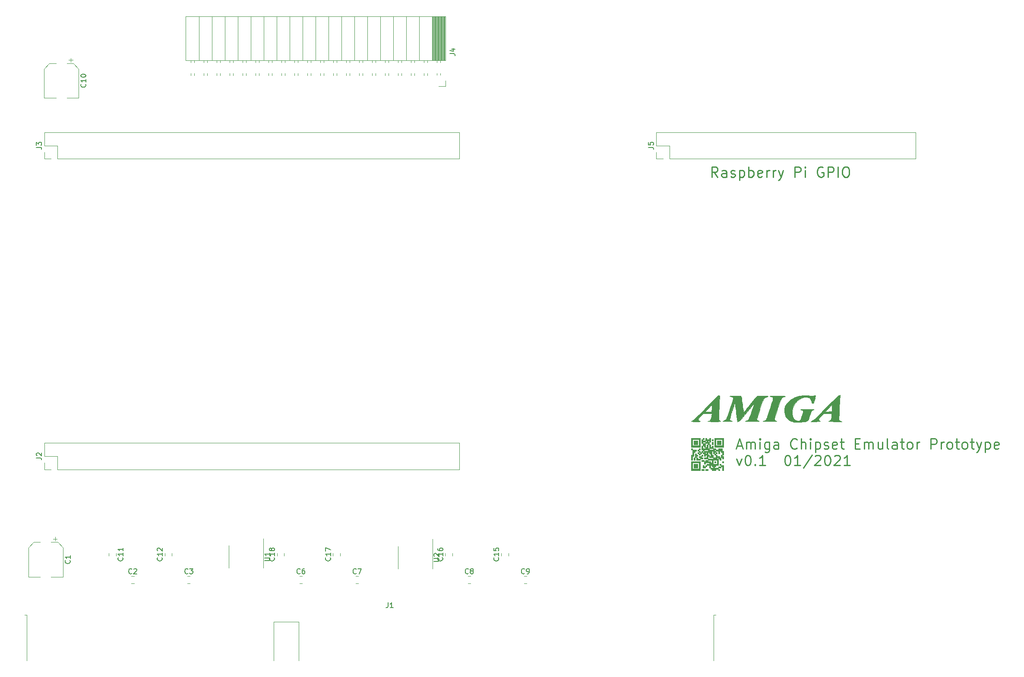
<source format=gbr>
%TF.GenerationSoftware,KiCad,Pcbnew,5.1.6-c6e7f7d~86~ubuntu18.04.1*%
%TF.CreationDate,2021-01-30T18:03:06+08:00*%
%TF.ProjectId,amiga_ocs,616d6967-615f-46f6-9373-2e6b69636164,rev?*%
%TF.SameCoordinates,Original*%
%TF.FileFunction,Legend,Top*%
%TF.FilePolarity,Positive*%
%FSLAX46Y46*%
G04 Gerber Fmt 4.6, Leading zero omitted, Abs format (unit mm)*
G04 Created by KiCad (PCBNEW 5.1.6-c6e7f7d~86~ubuntu18.04.1) date 2021-01-30 18:03:06*
%MOMM*%
%LPD*%
G01*
G04 APERTURE LIST*
%ADD10C,0.250000*%
%ADD11C,0.010000*%
%ADD12C,0.120000*%
%ADD13C,0.150000*%
G04 APERTURE END LIST*
D10*
X176543452Y-105708333D02*
X177495833Y-105708333D01*
X176352976Y-106279761D02*
X177019642Y-104279761D01*
X177686309Y-106279761D01*
X178352976Y-106279761D02*
X178352976Y-104946428D01*
X178352976Y-105136904D02*
X178448214Y-105041666D01*
X178638690Y-104946428D01*
X178924404Y-104946428D01*
X179114880Y-105041666D01*
X179210119Y-105232142D01*
X179210119Y-106279761D01*
X179210119Y-105232142D02*
X179305357Y-105041666D01*
X179495833Y-104946428D01*
X179781547Y-104946428D01*
X179972023Y-105041666D01*
X180067261Y-105232142D01*
X180067261Y-106279761D01*
X181019642Y-106279761D02*
X181019642Y-104946428D01*
X181019642Y-104279761D02*
X180924404Y-104375000D01*
X181019642Y-104470238D01*
X181114880Y-104375000D01*
X181019642Y-104279761D01*
X181019642Y-104470238D01*
X182829166Y-104946428D02*
X182829166Y-106565476D01*
X182733928Y-106755952D01*
X182638690Y-106851190D01*
X182448214Y-106946428D01*
X182162500Y-106946428D01*
X181972023Y-106851190D01*
X182829166Y-106184523D02*
X182638690Y-106279761D01*
X182257738Y-106279761D01*
X182067261Y-106184523D01*
X181972023Y-106089285D01*
X181876785Y-105898809D01*
X181876785Y-105327380D01*
X181972023Y-105136904D01*
X182067261Y-105041666D01*
X182257738Y-104946428D01*
X182638690Y-104946428D01*
X182829166Y-105041666D01*
X184638690Y-106279761D02*
X184638690Y-105232142D01*
X184543452Y-105041666D01*
X184352976Y-104946428D01*
X183972023Y-104946428D01*
X183781547Y-105041666D01*
X184638690Y-106184523D02*
X184448214Y-106279761D01*
X183972023Y-106279761D01*
X183781547Y-106184523D01*
X183686309Y-105994047D01*
X183686309Y-105803571D01*
X183781547Y-105613095D01*
X183972023Y-105517857D01*
X184448214Y-105517857D01*
X184638690Y-105422619D01*
X188257738Y-106089285D02*
X188162500Y-106184523D01*
X187876785Y-106279761D01*
X187686309Y-106279761D01*
X187400595Y-106184523D01*
X187210119Y-105994047D01*
X187114880Y-105803571D01*
X187019642Y-105422619D01*
X187019642Y-105136904D01*
X187114880Y-104755952D01*
X187210119Y-104565476D01*
X187400595Y-104375000D01*
X187686309Y-104279761D01*
X187876785Y-104279761D01*
X188162500Y-104375000D01*
X188257738Y-104470238D01*
X189114880Y-106279761D02*
X189114880Y-104279761D01*
X189972023Y-106279761D02*
X189972023Y-105232142D01*
X189876785Y-105041666D01*
X189686309Y-104946428D01*
X189400595Y-104946428D01*
X189210119Y-105041666D01*
X189114880Y-105136904D01*
X190924404Y-106279761D02*
X190924404Y-104946428D01*
X190924404Y-104279761D02*
X190829166Y-104375000D01*
X190924404Y-104470238D01*
X191019642Y-104375000D01*
X190924404Y-104279761D01*
X190924404Y-104470238D01*
X191876785Y-104946428D02*
X191876785Y-106946428D01*
X191876785Y-105041666D02*
X192067261Y-104946428D01*
X192448214Y-104946428D01*
X192638690Y-105041666D01*
X192733928Y-105136904D01*
X192829166Y-105327380D01*
X192829166Y-105898809D01*
X192733928Y-106089285D01*
X192638690Y-106184523D01*
X192448214Y-106279761D01*
X192067261Y-106279761D01*
X191876785Y-106184523D01*
X193591071Y-106184523D02*
X193781547Y-106279761D01*
X194162500Y-106279761D01*
X194352976Y-106184523D01*
X194448214Y-105994047D01*
X194448214Y-105898809D01*
X194352976Y-105708333D01*
X194162500Y-105613095D01*
X193876785Y-105613095D01*
X193686309Y-105517857D01*
X193591071Y-105327380D01*
X193591071Y-105232142D01*
X193686309Y-105041666D01*
X193876785Y-104946428D01*
X194162500Y-104946428D01*
X194352976Y-105041666D01*
X196067261Y-106184523D02*
X195876785Y-106279761D01*
X195495833Y-106279761D01*
X195305357Y-106184523D01*
X195210119Y-105994047D01*
X195210119Y-105232142D01*
X195305357Y-105041666D01*
X195495833Y-104946428D01*
X195876785Y-104946428D01*
X196067261Y-105041666D01*
X196162500Y-105232142D01*
X196162500Y-105422619D01*
X195210119Y-105613095D01*
X196733928Y-104946428D02*
X197495833Y-104946428D01*
X197019642Y-104279761D02*
X197019642Y-105994047D01*
X197114880Y-106184523D01*
X197305357Y-106279761D01*
X197495833Y-106279761D01*
X199686309Y-105232142D02*
X200352976Y-105232142D01*
X200638690Y-106279761D02*
X199686309Y-106279761D01*
X199686309Y-104279761D01*
X200638690Y-104279761D01*
X201495833Y-106279761D02*
X201495833Y-104946428D01*
X201495833Y-105136904D02*
X201591071Y-105041666D01*
X201781547Y-104946428D01*
X202067261Y-104946428D01*
X202257738Y-105041666D01*
X202352976Y-105232142D01*
X202352976Y-106279761D01*
X202352976Y-105232142D02*
X202448214Y-105041666D01*
X202638690Y-104946428D01*
X202924404Y-104946428D01*
X203114880Y-105041666D01*
X203210119Y-105232142D01*
X203210119Y-106279761D01*
X205019642Y-104946428D02*
X205019642Y-106279761D01*
X204162500Y-104946428D02*
X204162500Y-105994047D01*
X204257738Y-106184523D01*
X204448214Y-106279761D01*
X204733928Y-106279761D01*
X204924404Y-106184523D01*
X205019642Y-106089285D01*
X206257738Y-106279761D02*
X206067261Y-106184523D01*
X205972023Y-105994047D01*
X205972023Y-104279761D01*
X207876785Y-106279761D02*
X207876785Y-105232142D01*
X207781547Y-105041666D01*
X207591071Y-104946428D01*
X207210119Y-104946428D01*
X207019642Y-105041666D01*
X207876785Y-106184523D02*
X207686309Y-106279761D01*
X207210119Y-106279761D01*
X207019642Y-106184523D01*
X206924404Y-105994047D01*
X206924404Y-105803571D01*
X207019642Y-105613095D01*
X207210119Y-105517857D01*
X207686309Y-105517857D01*
X207876785Y-105422619D01*
X208543452Y-104946428D02*
X209305357Y-104946428D01*
X208829166Y-104279761D02*
X208829166Y-105994047D01*
X208924404Y-106184523D01*
X209114880Y-106279761D01*
X209305357Y-106279761D01*
X210257738Y-106279761D02*
X210067261Y-106184523D01*
X209972023Y-106089285D01*
X209876785Y-105898809D01*
X209876785Y-105327380D01*
X209972023Y-105136904D01*
X210067261Y-105041666D01*
X210257738Y-104946428D01*
X210543452Y-104946428D01*
X210733928Y-105041666D01*
X210829166Y-105136904D01*
X210924404Y-105327380D01*
X210924404Y-105898809D01*
X210829166Y-106089285D01*
X210733928Y-106184523D01*
X210543452Y-106279761D01*
X210257738Y-106279761D01*
X211781547Y-106279761D02*
X211781547Y-104946428D01*
X211781547Y-105327380D02*
X211876785Y-105136904D01*
X211972023Y-105041666D01*
X212162500Y-104946428D01*
X212352976Y-104946428D01*
X214543452Y-106279761D02*
X214543452Y-104279761D01*
X215305357Y-104279761D01*
X215495833Y-104375000D01*
X215591071Y-104470238D01*
X215686309Y-104660714D01*
X215686309Y-104946428D01*
X215591071Y-105136904D01*
X215495833Y-105232142D01*
X215305357Y-105327380D01*
X214543452Y-105327380D01*
X216543452Y-106279761D02*
X216543452Y-104946428D01*
X216543452Y-105327380D02*
X216638690Y-105136904D01*
X216733928Y-105041666D01*
X216924404Y-104946428D01*
X217114880Y-104946428D01*
X218067261Y-106279761D02*
X217876785Y-106184523D01*
X217781547Y-106089285D01*
X217686309Y-105898809D01*
X217686309Y-105327380D01*
X217781547Y-105136904D01*
X217876785Y-105041666D01*
X218067261Y-104946428D01*
X218352976Y-104946428D01*
X218543452Y-105041666D01*
X218638690Y-105136904D01*
X218733928Y-105327380D01*
X218733928Y-105898809D01*
X218638690Y-106089285D01*
X218543452Y-106184523D01*
X218352976Y-106279761D01*
X218067261Y-106279761D01*
X219305357Y-104946428D02*
X220067261Y-104946428D01*
X219591071Y-104279761D02*
X219591071Y-105994047D01*
X219686309Y-106184523D01*
X219876785Y-106279761D01*
X220067261Y-106279761D01*
X221019642Y-106279761D02*
X220829166Y-106184523D01*
X220733928Y-106089285D01*
X220638690Y-105898809D01*
X220638690Y-105327380D01*
X220733928Y-105136904D01*
X220829166Y-105041666D01*
X221019642Y-104946428D01*
X221305357Y-104946428D01*
X221495833Y-105041666D01*
X221591071Y-105136904D01*
X221686309Y-105327380D01*
X221686309Y-105898809D01*
X221591071Y-106089285D01*
X221495833Y-106184523D01*
X221305357Y-106279761D01*
X221019642Y-106279761D01*
X222257738Y-104946428D02*
X223019642Y-104946428D01*
X222543452Y-104279761D02*
X222543452Y-105994047D01*
X222638690Y-106184523D01*
X222829166Y-106279761D01*
X223019642Y-106279761D01*
X223495833Y-104946428D02*
X223972023Y-106279761D01*
X224448214Y-104946428D02*
X223972023Y-106279761D01*
X223781547Y-106755952D01*
X223686309Y-106851190D01*
X223495833Y-106946428D01*
X225210119Y-104946428D02*
X225210119Y-106946428D01*
X225210119Y-105041666D02*
X225400595Y-104946428D01*
X225781547Y-104946428D01*
X225972023Y-105041666D01*
X226067261Y-105136904D01*
X226162499Y-105327380D01*
X226162499Y-105898809D01*
X226067261Y-106089285D01*
X225972023Y-106184523D01*
X225781547Y-106279761D01*
X225400595Y-106279761D01*
X225210119Y-106184523D01*
X227781547Y-106184523D02*
X227591071Y-106279761D01*
X227210119Y-106279761D01*
X227019642Y-106184523D01*
X226924404Y-105994047D01*
X226924404Y-105232142D01*
X227019642Y-105041666D01*
X227210119Y-104946428D01*
X227591071Y-104946428D01*
X227781547Y-105041666D01*
X227876785Y-105232142D01*
X227876785Y-105422619D01*
X226924404Y-105613095D01*
X176448214Y-108196428D02*
X176924404Y-109529761D01*
X177400595Y-108196428D01*
X178543452Y-107529761D02*
X178733928Y-107529761D01*
X178924404Y-107625000D01*
X179019642Y-107720238D01*
X179114880Y-107910714D01*
X179210119Y-108291666D01*
X179210119Y-108767857D01*
X179114880Y-109148809D01*
X179019642Y-109339285D01*
X178924404Y-109434523D01*
X178733928Y-109529761D01*
X178543452Y-109529761D01*
X178352976Y-109434523D01*
X178257738Y-109339285D01*
X178162500Y-109148809D01*
X178067261Y-108767857D01*
X178067261Y-108291666D01*
X178162500Y-107910714D01*
X178257738Y-107720238D01*
X178352976Y-107625000D01*
X178543452Y-107529761D01*
X180067261Y-109339285D02*
X180162500Y-109434523D01*
X180067261Y-109529761D01*
X179972023Y-109434523D01*
X180067261Y-109339285D01*
X180067261Y-109529761D01*
X182067261Y-109529761D02*
X180924404Y-109529761D01*
X181495833Y-109529761D02*
X181495833Y-107529761D01*
X181305357Y-107815476D01*
X181114880Y-108005952D01*
X180924404Y-108101190D01*
X186352976Y-107529761D02*
X186543452Y-107529761D01*
X186733928Y-107625000D01*
X186829166Y-107720238D01*
X186924404Y-107910714D01*
X187019642Y-108291666D01*
X187019642Y-108767857D01*
X186924404Y-109148809D01*
X186829166Y-109339285D01*
X186733928Y-109434523D01*
X186543452Y-109529761D01*
X186352976Y-109529761D01*
X186162500Y-109434523D01*
X186067261Y-109339285D01*
X185972023Y-109148809D01*
X185876785Y-108767857D01*
X185876785Y-108291666D01*
X185972023Y-107910714D01*
X186067261Y-107720238D01*
X186162500Y-107625000D01*
X186352976Y-107529761D01*
X188924404Y-109529761D02*
X187781547Y-109529761D01*
X188352976Y-109529761D02*
X188352976Y-107529761D01*
X188162500Y-107815476D01*
X187972023Y-108005952D01*
X187781547Y-108101190D01*
X191210119Y-107434523D02*
X189495833Y-110005952D01*
X191781547Y-107720238D02*
X191876785Y-107625000D01*
X192067261Y-107529761D01*
X192543452Y-107529761D01*
X192733928Y-107625000D01*
X192829166Y-107720238D01*
X192924404Y-107910714D01*
X192924404Y-108101190D01*
X192829166Y-108386904D01*
X191686309Y-109529761D01*
X192924404Y-109529761D01*
X194162500Y-107529761D02*
X194352976Y-107529761D01*
X194543452Y-107625000D01*
X194638690Y-107720238D01*
X194733928Y-107910714D01*
X194829166Y-108291666D01*
X194829166Y-108767857D01*
X194733928Y-109148809D01*
X194638690Y-109339285D01*
X194543452Y-109434523D01*
X194352976Y-109529761D01*
X194162500Y-109529761D01*
X193972023Y-109434523D01*
X193876785Y-109339285D01*
X193781547Y-109148809D01*
X193686309Y-108767857D01*
X193686309Y-108291666D01*
X193781547Y-107910714D01*
X193876785Y-107720238D01*
X193972023Y-107625000D01*
X194162500Y-107529761D01*
X195591071Y-107720238D02*
X195686309Y-107625000D01*
X195876785Y-107529761D01*
X196352976Y-107529761D01*
X196543452Y-107625000D01*
X196638690Y-107720238D01*
X196733928Y-107910714D01*
X196733928Y-108101190D01*
X196638690Y-108386904D01*
X195495833Y-109529761D01*
X196733928Y-109529761D01*
X198638690Y-109529761D02*
X197495833Y-109529761D01*
X198067261Y-109529761D02*
X198067261Y-107529761D01*
X197876785Y-107815476D01*
X197686309Y-108005952D01*
X197495833Y-108101190D01*
X172714285Y-52904761D02*
X172047619Y-51952380D01*
X171571428Y-52904761D02*
X171571428Y-50904761D01*
X172333333Y-50904761D01*
X172523809Y-51000000D01*
X172619047Y-51095238D01*
X172714285Y-51285714D01*
X172714285Y-51571428D01*
X172619047Y-51761904D01*
X172523809Y-51857142D01*
X172333333Y-51952380D01*
X171571428Y-51952380D01*
X174428571Y-52904761D02*
X174428571Y-51857142D01*
X174333333Y-51666666D01*
X174142857Y-51571428D01*
X173761904Y-51571428D01*
X173571428Y-51666666D01*
X174428571Y-52809523D02*
X174238095Y-52904761D01*
X173761904Y-52904761D01*
X173571428Y-52809523D01*
X173476190Y-52619047D01*
X173476190Y-52428571D01*
X173571428Y-52238095D01*
X173761904Y-52142857D01*
X174238095Y-52142857D01*
X174428571Y-52047619D01*
X175285714Y-52809523D02*
X175476190Y-52904761D01*
X175857142Y-52904761D01*
X176047619Y-52809523D01*
X176142857Y-52619047D01*
X176142857Y-52523809D01*
X176047619Y-52333333D01*
X175857142Y-52238095D01*
X175571428Y-52238095D01*
X175380952Y-52142857D01*
X175285714Y-51952380D01*
X175285714Y-51857142D01*
X175380952Y-51666666D01*
X175571428Y-51571428D01*
X175857142Y-51571428D01*
X176047619Y-51666666D01*
X177000000Y-51571428D02*
X177000000Y-53571428D01*
X177000000Y-51666666D02*
X177190476Y-51571428D01*
X177571428Y-51571428D01*
X177761904Y-51666666D01*
X177857142Y-51761904D01*
X177952380Y-51952380D01*
X177952380Y-52523809D01*
X177857142Y-52714285D01*
X177761904Y-52809523D01*
X177571428Y-52904761D01*
X177190476Y-52904761D01*
X177000000Y-52809523D01*
X178809523Y-52904761D02*
X178809523Y-50904761D01*
X178809523Y-51666666D02*
X179000000Y-51571428D01*
X179380952Y-51571428D01*
X179571428Y-51666666D01*
X179666666Y-51761904D01*
X179761904Y-51952380D01*
X179761904Y-52523809D01*
X179666666Y-52714285D01*
X179571428Y-52809523D01*
X179380952Y-52904761D01*
X179000000Y-52904761D01*
X178809523Y-52809523D01*
X181380952Y-52809523D02*
X181190476Y-52904761D01*
X180809523Y-52904761D01*
X180619047Y-52809523D01*
X180523809Y-52619047D01*
X180523809Y-51857142D01*
X180619047Y-51666666D01*
X180809523Y-51571428D01*
X181190476Y-51571428D01*
X181380952Y-51666666D01*
X181476190Y-51857142D01*
X181476190Y-52047619D01*
X180523809Y-52238095D01*
X182333333Y-52904761D02*
X182333333Y-51571428D01*
X182333333Y-51952380D02*
X182428571Y-51761904D01*
X182523809Y-51666666D01*
X182714285Y-51571428D01*
X182904761Y-51571428D01*
X183571428Y-52904761D02*
X183571428Y-51571428D01*
X183571428Y-51952380D02*
X183666666Y-51761904D01*
X183761904Y-51666666D01*
X183952380Y-51571428D01*
X184142857Y-51571428D01*
X184619047Y-51571428D02*
X185095238Y-52904761D01*
X185571428Y-51571428D02*
X185095238Y-52904761D01*
X184904761Y-53380952D01*
X184809523Y-53476190D01*
X184619047Y-53571428D01*
X187857142Y-52904761D02*
X187857142Y-50904761D01*
X188619047Y-50904761D01*
X188809523Y-51000000D01*
X188904761Y-51095238D01*
X189000000Y-51285714D01*
X189000000Y-51571428D01*
X188904761Y-51761904D01*
X188809523Y-51857142D01*
X188619047Y-51952380D01*
X187857142Y-51952380D01*
X189857142Y-52904761D02*
X189857142Y-51571428D01*
X189857142Y-50904761D02*
X189761904Y-51000000D01*
X189857142Y-51095238D01*
X189952380Y-51000000D01*
X189857142Y-50904761D01*
X189857142Y-51095238D01*
X193380952Y-51000000D02*
X193190476Y-50904761D01*
X192904761Y-50904761D01*
X192619047Y-51000000D01*
X192428571Y-51190476D01*
X192333333Y-51380952D01*
X192238095Y-51761904D01*
X192238095Y-52047619D01*
X192333333Y-52428571D01*
X192428571Y-52619047D01*
X192619047Y-52809523D01*
X192904761Y-52904761D01*
X193095238Y-52904761D01*
X193380952Y-52809523D01*
X193476190Y-52714285D01*
X193476190Y-52047619D01*
X193095238Y-52047619D01*
X194333333Y-52904761D02*
X194333333Y-50904761D01*
X195095238Y-50904761D01*
X195285714Y-51000000D01*
X195380952Y-51095238D01*
X195476190Y-51285714D01*
X195476190Y-51571428D01*
X195380952Y-51761904D01*
X195285714Y-51857142D01*
X195095238Y-51952380D01*
X194333333Y-51952380D01*
X196333333Y-52904761D02*
X196333333Y-50904761D01*
X197666666Y-50904761D02*
X198047619Y-50904761D01*
X198238095Y-51000000D01*
X198428571Y-51190476D01*
X198523809Y-51571428D01*
X198523809Y-52238095D01*
X198428571Y-52619047D01*
X198238095Y-52809523D01*
X198047619Y-52904761D01*
X197666666Y-52904761D01*
X197476190Y-52809523D01*
X197285714Y-52619047D01*
X197190476Y-52238095D01*
X197190476Y-51571428D01*
X197285714Y-51190476D01*
X197476190Y-51000000D01*
X197666666Y-50904761D01*
D11*
%TO.C,G\u002A\u002A\u002A*%
G36*
X173355000Y-105410000D02*
G01*
X172593000Y-105410000D01*
X172593000Y-104648000D01*
X173355000Y-104648000D01*
X173355000Y-105410000D01*
G37*
X173355000Y-105410000D02*
X172593000Y-105410000D01*
X172593000Y-104648000D01*
X173355000Y-104648000D01*
X173355000Y-105410000D01*
G36*
X168783000Y-105410000D02*
G01*
X168021000Y-105410000D01*
X168021000Y-104648000D01*
X168783000Y-104648000D01*
X168783000Y-105410000D01*
G37*
X168783000Y-105410000D02*
X168021000Y-105410000D01*
X168021000Y-104648000D01*
X168783000Y-104648000D01*
X168783000Y-105410000D01*
G36*
X172339000Y-106934000D02*
G01*
X172593000Y-106934000D01*
X172593000Y-107188000D01*
X172339000Y-107188000D01*
X172339000Y-106934000D01*
G37*
X172339000Y-106934000D02*
X172593000Y-106934000D01*
X172593000Y-107188000D01*
X172339000Y-107188000D01*
X172339000Y-106934000D01*
G36*
X172339000Y-107442000D02*
G01*
X172085000Y-107442000D01*
X172085000Y-107188000D01*
X172339000Y-107188000D01*
X172339000Y-107442000D01*
G37*
X172339000Y-107442000D02*
X172085000Y-107442000D01*
X172085000Y-107188000D01*
X172339000Y-107188000D01*
X172339000Y-107442000D01*
G36*
X172339000Y-108966000D02*
G01*
X172085000Y-108966000D01*
X172085000Y-108712000D01*
X172339000Y-108712000D01*
X172339000Y-108966000D01*
G37*
X172339000Y-108966000D02*
X172085000Y-108966000D01*
X172085000Y-108712000D01*
X172339000Y-108712000D01*
X172339000Y-108966000D01*
G36*
X168783000Y-109982000D02*
G01*
X168021000Y-109982000D01*
X168021000Y-109220000D01*
X168783000Y-109220000D01*
X168783000Y-109982000D01*
G37*
X168783000Y-109982000D02*
X168021000Y-109982000D01*
X168021000Y-109220000D01*
X168783000Y-109220000D01*
X168783000Y-109982000D01*
G36*
X171831000Y-104648000D02*
G01*
X171577000Y-104648000D01*
X171577000Y-104394000D01*
X171831000Y-104394000D01*
X171831000Y-104648000D01*
G37*
X171831000Y-104648000D02*
X171577000Y-104648000D01*
X171577000Y-104394000D01*
X171831000Y-104394000D01*
X171831000Y-104648000D01*
G36*
X171831000Y-105410000D02*
G01*
X171577000Y-105410000D01*
X171577000Y-104902000D01*
X171831000Y-104902000D01*
X171831000Y-105410000D01*
G37*
X171831000Y-105410000D02*
X171577000Y-105410000D01*
X171577000Y-104902000D01*
X171831000Y-104902000D01*
X171831000Y-105410000D01*
G36*
X173863000Y-105918000D02*
G01*
X172085000Y-105918000D01*
X172085000Y-104406700D01*
X172351700Y-104406700D01*
X172351700Y-105651300D01*
X173596300Y-105651300D01*
X173596300Y-104406700D01*
X172351700Y-104406700D01*
X172085000Y-104406700D01*
X172085000Y-104140000D01*
X173863000Y-104140000D01*
X173863000Y-105918000D01*
G37*
X173863000Y-105918000D02*
X172085000Y-105918000D01*
X172085000Y-104406700D01*
X172351700Y-104406700D01*
X172351700Y-105651300D01*
X173596300Y-105651300D01*
X173596300Y-104406700D01*
X172351700Y-104406700D01*
X172085000Y-104406700D01*
X172085000Y-104140000D01*
X173863000Y-104140000D01*
X173863000Y-105918000D01*
G36*
X169291000Y-105918000D02*
G01*
X167513000Y-105918000D01*
X167513000Y-104406700D01*
X167779700Y-104406700D01*
X167779700Y-105651300D01*
X169024300Y-105651300D01*
X169024300Y-104406700D01*
X167779700Y-104406700D01*
X167513000Y-104406700D01*
X167513000Y-104140000D01*
X169291000Y-104140000D01*
X169291000Y-105918000D01*
G37*
X169291000Y-105918000D02*
X167513000Y-105918000D01*
X167513000Y-104406700D01*
X167779700Y-104406700D01*
X167779700Y-105651300D01*
X169024300Y-105651300D01*
X169024300Y-104406700D01*
X167779700Y-104406700D01*
X167513000Y-104406700D01*
X167513000Y-104140000D01*
X169291000Y-104140000D01*
X169291000Y-105918000D01*
G36*
X168275000Y-107188000D02*
G01*
X168529000Y-107188000D01*
X168529000Y-107442000D01*
X168783000Y-107442000D01*
X168783000Y-107696000D01*
X168529000Y-107696000D01*
X168529000Y-107950000D01*
X168275000Y-107950000D01*
X168275000Y-107188000D01*
G37*
X168275000Y-107188000D02*
X168529000Y-107188000D01*
X168529000Y-107442000D01*
X168783000Y-107442000D01*
X168783000Y-107696000D01*
X168529000Y-107696000D01*
X168529000Y-107950000D01*
X168275000Y-107950000D01*
X168275000Y-107188000D01*
G36*
X169291000Y-107950000D02*
G01*
X169037000Y-107950000D01*
X169037000Y-107696000D01*
X169545000Y-107696000D01*
X169545000Y-107950000D01*
X169799000Y-107950000D01*
X169799000Y-108204000D01*
X169291000Y-108204000D01*
X169291000Y-107950000D01*
G37*
X169291000Y-107950000D02*
X169037000Y-107950000D01*
X169037000Y-107696000D01*
X169545000Y-107696000D01*
X169545000Y-107950000D01*
X169799000Y-107950000D01*
X169799000Y-108204000D01*
X169291000Y-108204000D01*
X169291000Y-107950000D01*
G36*
X169545000Y-107442000D02*
G01*
X169799000Y-107442000D01*
X169799000Y-107696000D01*
X169545000Y-107696000D01*
X169545000Y-107442000D01*
G37*
X169545000Y-107442000D02*
X169799000Y-107442000D01*
X169799000Y-107696000D01*
X169545000Y-107696000D01*
X169545000Y-107442000D01*
G36*
X168275000Y-108458000D02*
G01*
X168021000Y-108458000D01*
X168021000Y-107950000D01*
X168275000Y-107950000D01*
X168275000Y-108458000D01*
G37*
X168275000Y-108458000D02*
X168021000Y-108458000D01*
X168021000Y-107950000D01*
X168275000Y-107950000D01*
X168275000Y-108458000D01*
G36*
X169291000Y-108458000D02*
G01*
X168529000Y-108458000D01*
X168529000Y-107950000D01*
X168783000Y-107950000D01*
X168783000Y-108204000D01*
X169291000Y-108204000D01*
X169291000Y-108458000D01*
G37*
X169291000Y-108458000D02*
X168529000Y-108458000D01*
X168529000Y-107950000D01*
X168783000Y-107950000D01*
X168783000Y-108204000D01*
X169291000Y-108204000D01*
X169291000Y-108458000D01*
G36*
X167513000Y-106426000D02*
G01*
X167513000Y-106172000D01*
X167767000Y-106172000D01*
X167767000Y-106426000D01*
X167513000Y-106426000D01*
G37*
X167513000Y-106426000D02*
X167513000Y-106172000D01*
X167767000Y-106172000D01*
X167767000Y-106426000D01*
X167513000Y-106426000D01*
G36*
X168529000Y-106426000D02*
G01*
X168529000Y-106680000D01*
X168275000Y-106680000D01*
X168275000Y-106934000D01*
X168021000Y-106934000D01*
X168021000Y-107696000D01*
X167767000Y-107696000D01*
X167767000Y-108458000D01*
X167513000Y-108458000D01*
X167513000Y-107442000D01*
X167767000Y-107442000D01*
X167767000Y-106426000D01*
X168529000Y-106426000D01*
G37*
X168529000Y-106426000D02*
X168529000Y-106680000D01*
X168275000Y-106680000D01*
X168275000Y-106934000D01*
X168021000Y-106934000D01*
X168021000Y-107696000D01*
X167767000Y-107696000D01*
X167767000Y-108458000D01*
X167513000Y-108458000D01*
X167513000Y-107442000D01*
X167767000Y-107442000D01*
X167767000Y-106426000D01*
X168529000Y-106426000D01*
G36*
X173863000Y-108966000D02*
G01*
X173609000Y-108966000D01*
X173609000Y-108712000D01*
X173863000Y-108712000D01*
X173863000Y-108966000D01*
G37*
X173863000Y-108966000D02*
X173609000Y-108966000D01*
X173609000Y-108712000D01*
X173863000Y-108712000D01*
X173863000Y-108966000D01*
G36*
X172339000Y-106172000D02*
G01*
X172339000Y-106426000D01*
X172847000Y-106426000D01*
X172847000Y-106172000D01*
X173609000Y-106172000D01*
X173609000Y-106680000D01*
X173863000Y-106680000D01*
X173863000Y-107442000D01*
X173609000Y-107442000D01*
X173609000Y-107696000D01*
X173863000Y-107696000D01*
X173863000Y-108204000D01*
X173609000Y-108204000D01*
X173609000Y-107950000D01*
X173355000Y-107950000D01*
X173355000Y-108458000D01*
X173101000Y-108458000D01*
X173101000Y-108204000D01*
X172847000Y-108204000D01*
X172847000Y-109474000D01*
X172339000Y-109474000D01*
X172339000Y-109728000D01*
X172085000Y-109728000D01*
X172085000Y-109982000D01*
X172847000Y-109982000D01*
X172847000Y-110236000D01*
X172339000Y-110236000D01*
X172339000Y-110490000D01*
X171577000Y-110490000D01*
X171577000Y-110236000D01*
X171323000Y-110236000D01*
X171323000Y-109982000D01*
X171069000Y-109982000D01*
X171069000Y-109474000D01*
X171323000Y-109474000D01*
X171323000Y-109982000D01*
X171831000Y-109982000D01*
X171831000Y-109728000D01*
X171577000Y-109728000D01*
X171577000Y-109474000D01*
X171323000Y-109474000D01*
X171069000Y-109474000D01*
X170561000Y-109474000D01*
X170561000Y-109220000D01*
X171069000Y-109220000D01*
X171069000Y-108966000D01*
X170307000Y-108966000D01*
X170307000Y-109220000D01*
X170053000Y-109220000D01*
X170053000Y-108712000D01*
X170307000Y-108712000D01*
X170307000Y-108458000D01*
X170815000Y-108458000D01*
X170815000Y-108712000D01*
X171323000Y-108712000D01*
X171323000Y-108966000D01*
X171577000Y-108966000D01*
X171577000Y-108458000D01*
X171831000Y-108458000D01*
X171831000Y-109220000D01*
X172593000Y-109220000D01*
X172593000Y-108458000D01*
X171831000Y-108458000D01*
X171577000Y-108458000D01*
X170815000Y-108458000D01*
X170815000Y-108204000D01*
X170053000Y-108204000D01*
X170053000Y-107950000D01*
X170561000Y-107950000D01*
X170561000Y-107696000D01*
X170815000Y-107696000D01*
X170815000Y-108204000D01*
X171831000Y-108204000D01*
X171831000Y-107950000D01*
X171069000Y-107950000D01*
X171069000Y-107696000D01*
X170815000Y-107696000D01*
X170561000Y-107696000D01*
X170561000Y-107442000D01*
X170307000Y-107442000D01*
X170307000Y-107696000D01*
X170053000Y-107696000D01*
X170053000Y-107188000D01*
X169799000Y-107188000D01*
X169799000Y-106934000D01*
X169545000Y-106934000D01*
X169545000Y-106680000D01*
X169799000Y-106680000D01*
X169799000Y-106934000D01*
X170053000Y-106934000D01*
X170307000Y-106934000D01*
X170307000Y-107188000D01*
X170561000Y-107188000D01*
X170561000Y-106934000D01*
X170815000Y-106934000D01*
X170815000Y-107442000D01*
X171069000Y-107442000D01*
X171069000Y-107696000D01*
X171323000Y-107696000D01*
X171323000Y-107188000D01*
X171069000Y-107188000D01*
X171069000Y-106934000D01*
X170815000Y-106934000D01*
X170561000Y-106934000D01*
X170307000Y-106934000D01*
X170053000Y-106934000D01*
X170053000Y-106680000D01*
X169799000Y-106680000D01*
X169799000Y-106426000D01*
X170053000Y-106426000D01*
X170053000Y-106680000D01*
X170815000Y-106680000D01*
X171577000Y-106680000D01*
X171577000Y-107442000D01*
X171831000Y-107442000D01*
X171831000Y-107950000D01*
X172339000Y-107950000D01*
X172593000Y-107950000D01*
X172593000Y-108204000D01*
X172847000Y-108204000D01*
X172847000Y-107950000D01*
X172593000Y-107950000D01*
X172339000Y-107950000D01*
X172339000Y-107442000D01*
X172593000Y-107442000D01*
X172593000Y-107696000D01*
X173101000Y-107696000D01*
X173101000Y-107950000D01*
X173355000Y-107950000D01*
X173355000Y-107442000D01*
X173609000Y-107442000D01*
X173609000Y-106934000D01*
X173355000Y-106934000D01*
X173355000Y-106680000D01*
X173101000Y-106680000D01*
X173101000Y-107188000D01*
X172847000Y-107188000D01*
X172847000Y-106680000D01*
X172339000Y-106680000D01*
X172339000Y-106934000D01*
X172085000Y-106934000D01*
X172085000Y-107188000D01*
X171831000Y-107188000D01*
X171831000Y-106680000D01*
X171577000Y-106680000D01*
X170815000Y-106680000D01*
X170815000Y-106426000D01*
X170053000Y-106426000D01*
X169799000Y-106426000D01*
X169545000Y-106426000D01*
X169545000Y-105664000D01*
X169799000Y-105664000D01*
X169799000Y-106172000D01*
X170307000Y-106172000D01*
X170307000Y-105918000D01*
X170053000Y-105918000D01*
X170053000Y-105664000D01*
X169799000Y-105664000D01*
X169799000Y-105156000D01*
X169545000Y-105156000D01*
X169545000Y-104902000D01*
X169799000Y-104902000D01*
X169799000Y-105156000D01*
X170307000Y-105156000D01*
X170307000Y-105918000D01*
X170561000Y-105918000D01*
X170561000Y-105410000D01*
X170815000Y-105410000D01*
X170815000Y-105156000D01*
X170307000Y-105156000D01*
X170307000Y-104902000D01*
X169799000Y-104902000D01*
X169545000Y-104902000D01*
X169545000Y-104394000D01*
X169799000Y-104394000D01*
X169799000Y-104648000D01*
X170307000Y-104648000D01*
X170307000Y-104902000D01*
X170561000Y-104902000D01*
X170561000Y-104648000D01*
X170815000Y-104648000D01*
X170815000Y-104902000D01*
X171069000Y-104902000D01*
X171069000Y-104648000D01*
X170815000Y-104648000D01*
X170561000Y-104648000D01*
X170307000Y-104648000D01*
X170307000Y-104140000D01*
X170561000Y-104140000D01*
X170561000Y-104394000D01*
X171069000Y-104394000D01*
X171069000Y-104140000D01*
X171323000Y-104140000D01*
X171323000Y-104902000D01*
X171069000Y-104902000D01*
X171069000Y-105410000D01*
X170815000Y-105410000D01*
X170815000Y-106172000D01*
X171069000Y-106172000D01*
X171069000Y-106426000D01*
X171831000Y-106426000D01*
X172085000Y-106426000D01*
X172085000Y-106680000D01*
X172339000Y-106680000D01*
X172339000Y-106426000D01*
X172085000Y-106426000D01*
X171831000Y-106426000D01*
X171831000Y-106172000D01*
X172339000Y-106172000D01*
G37*
X172339000Y-106172000D02*
X172339000Y-106426000D01*
X172847000Y-106426000D01*
X172847000Y-106172000D01*
X173609000Y-106172000D01*
X173609000Y-106680000D01*
X173863000Y-106680000D01*
X173863000Y-107442000D01*
X173609000Y-107442000D01*
X173609000Y-107696000D01*
X173863000Y-107696000D01*
X173863000Y-108204000D01*
X173609000Y-108204000D01*
X173609000Y-107950000D01*
X173355000Y-107950000D01*
X173355000Y-108458000D01*
X173101000Y-108458000D01*
X173101000Y-108204000D01*
X172847000Y-108204000D01*
X172847000Y-109474000D01*
X172339000Y-109474000D01*
X172339000Y-109728000D01*
X172085000Y-109728000D01*
X172085000Y-109982000D01*
X172847000Y-109982000D01*
X172847000Y-110236000D01*
X172339000Y-110236000D01*
X172339000Y-110490000D01*
X171577000Y-110490000D01*
X171577000Y-110236000D01*
X171323000Y-110236000D01*
X171323000Y-109982000D01*
X171069000Y-109982000D01*
X171069000Y-109474000D01*
X171323000Y-109474000D01*
X171323000Y-109982000D01*
X171831000Y-109982000D01*
X171831000Y-109728000D01*
X171577000Y-109728000D01*
X171577000Y-109474000D01*
X171323000Y-109474000D01*
X171069000Y-109474000D01*
X170561000Y-109474000D01*
X170561000Y-109220000D01*
X171069000Y-109220000D01*
X171069000Y-108966000D01*
X170307000Y-108966000D01*
X170307000Y-109220000D01*
X170053000Y-109220000D01*
X170053000Y-108712000D01*
X170307000Y-108712000D01*
X170307000Y-108458000D01*
X170815000Y-108458000D01*
X170815000Y-108712000D01*
X171323000Y-108712000D01*
X171323000Y-108966000D01*
X171577000Y-108966000D01*
X171577000Y-108458000D01*
X171831000Y-108458000D01*
X171831000Y-109220000D01*
X172593000Y-109220000D01*
X172593000Y-108458000D01*
X171831000Y-108458000D01*
X171577000Y-108458000D01*
X170815000Y-108458000D01*
X170815000Y-108204000D01*
X170053000Y-108204000D01*
X170053000Y-107950000D01*
X170561000Y-107950000D01*
X170561000Y-107696000D01*
X170815000Y-107696000D01*
X170815000Y-108204000D01*
X171831000Y-108204000D01*
X171831000Y-107950000D01*
X171069000Y-107950000D01*
X171069000Y-107696000D01*
X170815000Y-107696000D01*
X170561000Y-107696000D01*
X170561000Y-107442000D01*
X170307000Y-107442000D01*
X170307000Y-107696000D01*
X170053000Y-107696000D01*
X170053000Y-107188000D01*
X169799000Y-107188000D01*
X169799000Y-106934000D01*
X169545000Y-106934000D01*
X169545000Y-106680000D01*
X169799000Y-106680000D01*
X169799000Y-106934000D01*
X170053000Y-106934000D01*
X170307000Y-106934000D01*
X170307000Y-107188000D01*
X170561000Y-107188000D01*
X170561000Y-106934000D01*
X170815000Y-106934000D01*
X170815000Y-107442000D01*
X171069000Y-107442000D01*
X171069000Y-107696000D01*
X171323000Y-107696000D01*
X171323000Y-107188000D01*
X171069000Y-107188000D01*
X171069000Y-106934000D01*
X170815000Y-106934000D01*
X170561000Y-106934000D01*
X170307000Y-106934000D01*
X170053000Y-106934000D01*
X170053000Y-106680000D01*
X169799000Y-106680000D01*
X169799000Y-106426000D01*
X170053000Y-106426000D01*
X170053000Y-106680000D01*
X170815000Y-106680000D01*
X171577000Y-106680000D01*
X171577000Y-107442000D01*
X171831000Y-107442000D01*
X171831000Y-107950000D01*
X172339000Y-107950000D01*
X172593000Y-107950000D01*
X172593000Y-108204000D01*
X172847000Y-108204000D01*
X172847000Y-107950000D01*
X172593000Y-107950000D01*
X172339000Y-107950000D01*
X172339000Y-107442000D01*
X172593000Y-107442000D01*
X172593000Y-107696000D01*
X173101000Y-107696000D01*
X173101000Y-107950000D01*
X173355000Y-107950000D01*
X173355000Y-107442000D01*
X173609000Y-107442000D01*
X173609000Y-106934000D01*
X173355000Y-106934000D01*
X173355000Y-106680000D01*
X173101000Y-106680000D01*
X173101000Y-107188000D01*
X172847000Y-107188000D01*
X172847000Y-106680000D01*
X172339000Y-106680000D01*
X172339000Y-106934000D01*
X172085000Y-106934000D01*
X172085000Y-107188000D01*
X171831000Y-107188000D01*
X171831000Y-106680000D01*
X171577000Y-106680000D01*
X170815000Y-106680000D01*
X170815000Y-106426000D01*
X170053000Y-106426000D01*
X169799000Y-106426000D01*
X169545000Y-106426000D01*
X169545000Y-105664000D01*
X169799000Y-105664000D01*
X169799000Y-106172000D01*
X170307000Y-106172000D01*
X170307000Y-105918000D01*
X170053000Y-105918000D01*
X170053000Y-105664000D01*
X169799000Y-105664000D01*
X169799000Y-105156000D01*
X169545000Y-105156000D01*
X169545000Y-104902000D01*
X169799000Y-104902000D01*
X169799000Y-105156000D01*
X170307000Y-105156000D01*
X170307000Y-105918000D01*
X170561000Y-105918000D01*
X170561000Y-105410000D01*
X170815000Y-105410000D01*
X170815000Y-105156000D01*
X170307000Y-105156000D01*
X170307000Y-104902000D01*
X169799000Y-104902000D01*
X169545000Y-104902000D01*
X169545000Y-104394000D01*
X169799000Y-104394000D01*
X169799000Y-104648000D01*
X170307000Y-104648000D01*
X170307000Y-104902000D01*
X170561000Y-104902000D01*
X170561000Y-104648000D01*
X170815000Y-104648000D01*
X170815000Y-104902000D01*
X171069000Y-104902000D01*
X171069000Y-104648000D01*
X170815000Y-104648000D01*
X170561000Y-104648000D01*
X170307000Y-104648000D01*
X170307000Y-104140000D01*
X170561000Y-104140000D01*
X170561000Y-104394000D01*
X171069000Y-104394000D01*
X171069000Y-104140000D01*
X171323000Y-104140000D01*
X171323000Y-104902000D01*
X171069000Y-104902000D01*
X171069000Y-105410000D01*
X170815000Y-105410000D01*
X170815000Y-106172000D01*
X171069000Y-106172000D01*
X171069000Y-106426000D01*
X171831000Y-106426000D01*
X172085000Y-106426000D01*
X172085000Y-106680000D01*
X172339000Y-106680000D01*
X172339000Y-106426000D01*
X172085000Y-106426000D01*
X171831000Y-106426000D01*
X171831000Y-106172000D01*
X172339000Y-106172000D01*
G36*
X173863000Y-109474000D02*
G01*
X173863000Y-110490000D01*
X173609000Y-110490000D01*
X173609000Y-109728000D01*
X173355000Y-109728000D01*
X173355000Y-109474000D01*
X173863000Y-109474000D01*
G37*
X173863000Y-109474000D02*
X173863000Y-110490000D01*
X173609000Y-110490000D01*
X173609000Y-109728000D01*
X173355000Y-109728000D01*
X173355000Y-109474000D01*
X173863000Y-109474000D01*
G36*
X173355000Y-109982000D02*
G01*
X172847000Y-109982000D01*
X172847000Y-109728000D01*
X173355000Y-109728000D01*
X173355000Y-109982000D01*
G37*
X173355000Y-109982000D02*
X172847000Y-109982000D01*
X172847000Y-109728000D01*
X173355000Y-109728000D01*
X173355000Y-109982000D01*
G36*
X171069000Y-106172000D02*
G01*
X171069000Y-105410000D01*
X171323000Y-105410000D01*
X171323000Y-105918000D01*
X171577000Y-105918000D01*
X171577000Y-105664000D01*
X171831000Y-105664000D01*
X171831000Y-106172000D01*
X171069000Y-106172000D01*
G37*
X171069000Y-106172000D02*
X171069000Y-105410000D01*
X171323000Y-105410000D01*
X171323000Y-105918000D01*
X171577000Y-105918000D01*
X171577000Y-105664000D01*
X171831000Y-105664000D01*
X171831000Y-106172000D01*
X171069000Y-106172000D01*
G36*
X170307000Y-109474000D02*
G01*
X170561000Y-109474000D01*
X170561000Y-109728000D01*
X170307000Y-109728000D01*
X170307000Y-109474000D01*
G37*
X170307000Y-109474000D02*
X170561000Y-109474000D01*
X170561000Y-109728000D01*
X170307000Y-109728000D01*
X170307000Y-109474000D01*
G36*
X173101000Y-109474000D02*
G01*
X173101000Y-109220000D01*
X173355000Y-109220000D01*
X173355000Y-109474000D01*
X173101000Y-109474000D01*
G37*
X173101000Y-109474000D02*
X173101000Y-109220000D01*
X173355000Y-109220000D01*
X173355000Y-109474000D01*
X173101000Y-109474000D01*
G36*
X170307000Y-109982000D02*
G01*
X169799000Y-109982000D01*
X169799000Y-109474000D01*
X170053000Y-109474000D01*
X170053000Y-109728000D01*
X170307000Y-109728000D01*
X170307000Y-109982000D01*
G37*
X170307000Y-109982000D02*
X169799000Y-109982000D01*
X169799000Y-109474000D01*
X170053000Y-109474000D01*
X170053000Y-109728000D01*
X170307000Y-109728000D01*
X170307000Y-109982000D01*
G36*
X169037000Y-106680000D02*
G01*
X168783000Y-106680000D01*
X168783000Y-106426000D01*
X169037000Y-106426000D01*
X169037000Y-106680000D01*
G37*
X169037000Y-106680000D02*
X168783000Y-106680000D01*
X168783000Y-106426000D01*
X169037000Y-106426000D01*
X169037000Y-106680000D01*
G36*
X169291000Y-106680000D02*
G01*
X169291000Y-106934000D01*
X169545000Y-106934000D01*
X169545000Y-107188000D01*
X169291000Y-107188000D01*
X169291000Y-107442000D01*
X169037000Y-107442000D01*
X169037000Y-107188000D01*
X168783000Y-107188000D01*
X168783000Y-106934000D01*
X169037000Y-106934000D01*
X169037000Y-107188000D01*
X169291000Y-107188000D01*
X169291000Y-106934000D01*
X169037000Y-106934000D01*
X169037000Y-106680000D01*
X169291000Y-106680000D01*
G37*
X169291000Y-106680000D02*
X169291000Y-106934000D01*
X169545000Y-106934000D01*
X169545000Y-107188000D01*
X169291000Y-107188000D01*
X169291000Y-107442000D01*
X169037000Y-107442000D01*
X169037000Y-107188000D01*
X168783000Y-107188000D01*
X168783000Y-106934000D01*
X169037000Y-106934000D01*
X169037000Y-107188000D01*
X169291000Y-107188000D01*
X169291000Y-106934000D01*
X169037000Y-106934000D01*
X169037000Y-106680000D01*
X169291000Y-106680000D01*
G36*
X169545000Y-108712000D02*
G01*
X169545000Y-108458000D01*
X170053000Y-108458000D01*
X170053000Y-108712000D01*
X169545000Y-108712000D01*
G37*
X169545000Y-108712000D02*
X169545000Y-108458000D01*
X170053000Y-108458000D01*
X170053000Y-108712000D01*
X169545000Y-108712000D01*
G36*
X169799000Y-104140000D02*
G01*
X170053000Y-104140000D01*
X170053000Y-104394000D01*
X169799000Y-104394000D01*
X169799000Y-104140000D01*
G37*
X169799000Y-104140000D02*
X170053000Y-104140000D01*
X170053000Y-104394000D01*
X169799000Y-104394000D01*
X169799000Y-104140000D01*
G36*
X169037000Y-106172000D02*
G01*
X169291000Y-106172000D01*
X169291000Y-106426000D01*
X169037000Y-106426000D01*
X169037000Y-106172000D01*
G37*
X169037000Y-106172000D02*
X169291000Y-106172000D01*
X169291000Y-106426000D01*
X169037000Y-106426000D01*
X169037000Y-106172000D01*
G36*
X173101000Y-110490000D02*
G01*
X172847000Y-110490000D01*
X172847000Y-110236000D01*
X173101000Y-110236000D01*
X173101000Y-110490000D01*
G37*
X173101000Y-110490000D02*
X172847000Y-110490000D01*
X172847000Y-110236000D01*
X173101000Y-110236000D01*
X173101000Y-110490000D01*
G36*
X170815000Y-110490000D02*
G01*
X170307000Y-110490000D01*
X170307000Y-110236000D01*
X170815000Y-110236000D01*
X170815000Y-110490000D01*
G37*
X170815000Y-110490000D02*
X170307000Y-110490000D01*
X170307000Y-110236000D01*
X170815000Y-110236000D01*
X170815000Y-110490000D01*
G36*
X170053000Y-110490000D02*
G01*
X169545000Y-110490000D01*
X169545000Y-110236000D01*
X170053000Y-110236000D01*
X170053000Y-110490000D01*
G37*
X170053000Y-110490000D02*
X169545000Y-110490000D01*
X169545000Y-110236000D01*
X170053000Y-110236000D01*
X170053000Y-110490000D01*
G36*
X169291000Y-110490000D02*
G01*
X167513000Y-110490000D01*
X167513000Y-108978700D01*
X167779700Y-108978700D01*
X167779700Y-110223300D01*
X169024300Y-110223300D01*
X169024300Y-108978700D01*
X167779700Y-108978700D01*
X167513000Y-108978700D01*
X167513000Y-108712000D01*
X169291000Y-108712000D01*
X169291000Y-110490000D01*
G37*
X169291000Y-110490000D02*
X167513000Y-110490000D01*
X167513000Y-108978700D01*
X167779700Y-108978700D01*
X167779700Y-110223300D01*
X169024300Y-110223300D01*
X169024300Y-108978700D01*
X167779700Y-108978700D01*
X167513000Y-108978700D01*
X167513000Y-108712000D01*
X169291000Y-108712000D01*
X169291000Y-110490000D01*
G36*
X196653242Y-96745946D02*
G01*
X196630221Y-97199766D01*
X196603639Y-97761482D01*
X196576296Y-98369776D01*
X196550992Y-98963328D01*
X196543006Y-99159490D01*
X196486380Y-100571313D01*
X196774023Y-100746673D01*
X197061667Y-100922033D01*
X195622333Y-100913599D01*
X195100940Y-100908598D01*
X194735361Y-100899920D01*
X194512098Y-100886440D01*
X194417652Y-100867031D01*
X194438524Y-100840568D01*
X194502978Y-100820252D01*
X194785135Y-100684319D01*
X194966660Y-100442919D01*
X195057250Y-100078395D01*
X195072000Y-99783871D01*
X195072000Y-99314000D01*
X193499882Y-99314000D01*
X193067976Y-99758500D01*
X192758072Y-100092299D01*
X192572041Y-100338775D01*
X192504106Y-100519535D01*
X192548494Y-100656184D01*
X192699428Y-100770328D01*
X192786000Y-100813445D01*
X192849435Y-100854841D01*
X192816607Y-100883187D01*
X192669023Y-100900766D01*
X192388194Y-100909859D01*
X191981667Y-100912716D01*
X190965667Y-100914226D01*
X191326095Y-100739436D01*
X191486697Y-100632048D01*
X191736797Y-100420864D01*
X192080747Y-100101692D01*
X192522900Y-99670344D01*
X193067609Y-99122626D01*
X193203264Y-98983502D01*
X193849475Y-98983502D01*
X195114333Y-98933000D01*
X195136873Y-98255666D01*
X195159413Y-97578333D01*
X194682616Y-98086333D01*
X194433455Y-98352380D01*
X194207512Y-98594643D01*
X194047170Y-98767657D01*
X194027648Y-98788917D01*
X193849475Y-98983502D01*
X193203264Y-98983502D01*
X193719225Y-98454350D01*
X193981742Y-98182489D01*
X194632803Y-97510334D01*
X195176144Y-96957431D01*
X195618009Y-96517787D01*
X195964640Y-96185408D01*
X196222280Y-95954300D01*
X196397170Y-95818470D01*
X196491907Y-95772279D01*
X196706852Y-95744225D01*
X196653242Y-96745946D01*
G37*
X196653242Y-96745946D02*
X196630221Y-97199766D01*
X196603639Y-97761482D01*
X196576296Y-98369776D01*
X196550992Y-98963328D01*
X196543006Y-99159490D01*
X196486380Y-100571313D01*
X196774023Y-100746673D01*
X197061667Y-100922033D01*
X195622333Y-100913599D01*
X195100940Y-100908598D01*
X194735361Y-100899920D01*
X194512098Y-100886440D01*
X194417652Y-100867031D01*
X194438524Y-100840568D01*
X194502978Y-100820252D01*
X194785135Y-100684319D01*
X194966660Y-100442919D01*
X195057250Y-100078395D01*
X195072000Y-99783871D01*
X195072000Y-99314000D01*
X193499882Y-99314000D01*
X193067976Y-99758500D01*
X192758072Y-100092299D01*
X192572041Y-100338775D01*
X192504106Y-100519535D01*
X192548494Y-100656184D01*
X192699428Y-100770328D01*
X192786000Y-100813445D01*
X192849435Y-100854841D01*
X192816607Y-100883187D01*
X192669023Y-100900766D01*
X192388194Y-100909859D01*
X191981667Y-100912716D01*
X190965667Y-100914226D01*
X191326095Y-100739436D01*
X191486697Y-100632048D01*
X191736797Y-100420864D01*
X192080747Y-100101692D01*
X192522900Y-99670344D01*
X193067609Y-99122626D01*
X193203264Y-98983502D01*
X193849475Y-98983502D01*
X195114333Y-98933000D01*
X195136873Y-98255666D01*
X195159413Y-97578333D01*
X194682616Y-98086333D01*
X194433455Y-98352380D01*
X194207512Y-98594643D01*
X194047170Y-98767657D01*
X194027648Y-98788917D01*
X193849475Y-98983502D01*
X193203264Y-98983502D01*
X193719225Y-98454350D01*
X193981742Y-98182489D01*
X194632803Y-97510334D01*
X195176144Y-96957431D01*
X195618009Y-96517787D01*
X195964640Y-96185408D01*
X196222280Y-95954300D01*
X196397170Y-95818470D01*
X196491907Y-95772279D01*
X196706852Y-95744225D01*
X196653242Y-96745946D01*
G36*
X184823332Y-95849481D02*
G01*
X185225258Y-95860003D01*
X185565591Y-95876718D01*
X185811361Y-95899552D01*
X185928000Y-95927333D01*
X185983993Y-95985602D01*
X185894094Y-96008666D01*
X185815654Y-96010703D01*
X185650139Y-96028628D01*
X185503025Y-96091436D01*
X185365141Y-96215570D01*
X185227314Y-96417469D01*
X185080373Y-96713576D01*
X184915146Y-97120331D01*
X184722462Y-97654174D01*
X184493148Y-98331549D01*
X184452442Y-98454358D01*
X184272540Y-99007058D01*
X184113888Y-99511421D01*
X183983518Y-99943682D01*
X183888460Y-100280074D01*
X183835748Y-100496832D01*
X183827911Y-100565219D01*
X183922369Y-100679537D01*
X184127590Y-100785826D01*
X184193007Y-100807802D01*
X184292317Y-100843429D01*
X184309359Y-100869727D01*
X184228195Y-100887988D01*
X184032887Y-100899502D01*
X183707497Y-100905561D01*
X183236088Y-100907455D01*
X182964667Y-100907282D01*
X182420358Y-100905273D01*
X182029181Y-100900215D01*
X181774941Y-100890718D01*
X181641445Y-100875392D01*
X181612499Y-100852847D01*
X181671908Y-100821693D01*
X181732658Y-100801533D01*
X181986413Y-100684178D01*
X182186975Y-100526134D01*
X182213939Y-100492910D01*
X182280898Y-100356783D01*
X182390289Y-100084333D01*
X182532988Y-99700529D01*
X182699874Y-99230344D01*
X182881825Y-98698748D01*
X183009161Y-98315969D01*
X183219657Y-97672582D01*
X183378441Y-97171022D01*
X183487209Y-96792428D01*
X183547658Y-96517937D01*
X183561488Y-96328687D01*
X183530394Y-96205816D01*
X183456075Y-96130463D01*
X183340229Y-96083764D01*
X183212816Y-96053048D01*
X183037575Y-95991669D01*
X182964667Y-95920620D01*
X182964667Y-95920606D01*
X183043771Y-95892394D01*
X183259106Y-95870826D01*
X183577700Y-95855825D01*
X183966582Y-95847317D01*
X184392783Y-95845227D01*
X184823332Y-95849481D01*
G37*
X184823332Y-95849481D02*
X185225258Y-95860003D01*
X185565591Y-95876718D01*
X185811361Y-95899552D01*
X185928000Y-95927333D01*
X185983993Y-95985602D01*
X185894094Y-96008666D01*
X185815654Y-96010703D01*
X185650139Y-96028628D01*
X185503025Y-96091436D01*
X185365141Y-96215570D01*
X185227314Y-96417469D01*
X185080373Y-96713576D01*
X184915146Y-97120331D01*
X184722462Y-97654174D01*
X184493148Y-98331549D01*
X184452442Y-98454358D01*
X184272540Y-99007058D01*
X184113888Y-99511421D01*
X183983518Y-99943682D01*
X183888460Y-100280074D01*
X183835748Y-100496832D01*
X183827911Y-100565219D01*
X183922369Y-100679537D01*
X184127590Y-100785826D01*
X184193007Y-100807802D01*
X184292317Y-100843429D01*
X184309359Y-100869727D01*
X184228195Y-100887988D01*
X184032887Y-100899502D01*
X183707497Y-100905561D01*
X183236088Y-100907455D01*
X182964667Y-100907282D01*
X182420358Y-100905273D01*
X182029181Y-100900215D01*
X181774941Y-100890718D01*
X181641445Y-100875392D01*
X181612499Y-100852847D01*
X181671908Y-100821693D01*
X181732658Y-100801533D01*
X181986413Y-100684178D01*
X182186975Y-100526134D01*
X182213939Y-100492910D01*
X182280898Y-100356783D01*
X182390289Y-100084333D01*
X182532988Y-99700529D01*
X182699874Y-99230344D01*
X182881825Y-98698748D01*
X183009161Y-98315969D01*
X183219657Y-97672582D01*
X183378441Y-97171022D01*
X183487209Y-96792428D01*
X183547658Y-96517937D01*
X183561488Y-96328687D01*
X183530394Y-96205816D01*
X183456075Y-96130463D01*
X183340229Y-96083764D01*
X183212816Y-96053048D01*
X183037575Y-95991669D01*
X182964667Y-95920620D01*
X182964667Y-95920606D01*
X183043771Y-95892394D01*
X183259106Y-95870826D01*
X183577700Y-95855825D01*
X183966582Y-95847317D01*
X184392783Y-95845227D01*
X184823332Y-95849481D01*
G36*
X181638114Y-95847849D02*
G01*
X181999307Y-95860908D01*
X182300423Y-95882286D01*
X182497302Y-95911257D01*
X182541333Y-95927333D01*
X182608788Y-95989426D01*
X182525049Y-96009841D01*
X182481817Y-96010703D01*
X182129805Y-96090570D01*
X181837265Y-96301807D01*
X181716489Y-96472983D01*
X181621012Y-96687181D01*
X181495576Y-97013774D01*
X181348675Y-97425852D01*
X181188801Y-97896503D01*
X181024446Y-98398817D01*
X180864103Y-98905883D01*
X180716266Y-99390790D01*
X180589426Y-99826627D01*
X180492077Y-100186484D01*
X180432712Y-100443449D01*
X180419822Y-100570612D01*
X180421714Y-100575717D01*
X180546749Y-100691066D01*
X180754529Y-100798992D01*
X180776867Y-100807394D01*
X180853358Y-100842997D01*
X180847751Y-100869426D01*
X180743827Y-100887911D01*
X180525368Y-100899682D01*
X180176156Y-100905968D01*
X179679974Y-100907999D01*
X179451000Y-100907913D01*
X178899604Y-100906193D01*
X178501994Y-100901635D01*
X178242631Y-100892933D01*
X178105975Y-100878782D01*
X178076487Y-100857874D01*
X178138625Y-100828905D01*
X178222563Y-100804659D01*
X178555451Y-100664269D01*
X178784998Y-100432882D01*
X178787780Y-100428774D01*
X178858384Y-100288019D01*
X178966058Y-100029749D01*
X179100226Y-99683855D01*
X179250311Y-99280229D01*
X179405737Y-98848759D01*
X179555928Y-98419338D01*
X179690307Y-98021856D01*
X179798299Y-97686203D01*
X179869326Y-97442271D01*
X179892812Y-97319950D01*
X179890499Y-97312276D01*
X179833638Y-97369300D01*
X179685095Y-97542048D01*
X179458683Y-97813790D01*
X179168217Y-98167795D01*
X178827510Y-98587332D01*
X178450376Y-99055670D01*
X178427237Y-99084525D01*
X177965191Y-99656487D01*
X177594420Y-100104846D01*
X177304340Y-100441276D01*
X177084371Y-100677448D01*
X176923931Y-100825037D01*
X176812439Y-100895714D01*
X176776615Y-100905401D01*
X176565698Y-100930469D01*
X176369755Y-99296734D01*
X176305894Y-98772042D01*
X176245500Y-98290089D01*
X176192606Y-97881984D01*
X176151247Y-97578838D01*
X176125458Y-97411761D01*
X176124933Y-97409000D01*
X176100086Y-97345956D01*
X176059452Y-97365217D01*
X175996612Y-97481740D01*
X175905151Y-97710480D01*
X175778653Y-98066393D01*
X175610699Y-98564437D01*
X175547952Y-98753844D01*
X175339903Y-99400799D01*
X175193157Y-99897235D01*
X175105978Y-100249797D01*
X175076629Y-100465126D01*
X175084312Y-100526946D01*
X175203863Y-100672037D01*
X175410314Y-100795122D01*
X175437220Y-100805493D01*
X175537424Y-100847728D01*
X175551727Y-100876873D01*
X175461883Y-100895265D01*
X175249643Y-100905242D01*
X174896759Y-100909142D01*
X174625000Y-100909541D01*
X174179860Y-100908694D01*
X173885880Y-100904353D01*
X173724885Y-100893468D01*
X173678702Y-100872989D01*
X173729158Y-100839865D01*
X173858078Y-100791046D01*
X173877623Y-100784108D01*
X174133442Y-100655615D01*
X174335961Y-100489587D01*
X174373125Y-100441874D01*
X174439991Y-100302457D01*
X174551296Y-100027672D01*
X174697609Y-99642685D01*
X174869498Y-99172664D01*
X175057534Y-98642778D01*
X175184673Y-98276065D01*
X175402841Y-97638029D01*
X175567328Y-97141263D01*
X175679765Y-96766991D01*
X175741786Y-96496437D01*
X175755022Y-96310828D01*
X175721108Y-96191388D01*
X175641674Y-96119342D01*
X175518354Y-96075915D01*
X175378492Y-96047151D01*
X175186505Y-95991829D01*
X175092551Y-95926870D01*
X175090667Y-95917910D01*
X175168853Y-95888205D01*
X175377846Y-95866265D01*
X175679294Y-95852131D01*
X176034847Y-95845842D01*
X176406153Y-95847440D01*
X176754862Y-95856963D01*
X177042622Y-95874453D01*
X177231084Y-95899950D01*
X177275944Y-95915618D01*
X177331670Y-96031826D01*
X177395920Y-96312394D01*
X177467839Y-96752608D01*
X177546572Y-97347753D01*
X177567548Y-97522988D01*
X177627671Y-98010646D01*
X177685286Y-98434532D01*
X177736369Y-98768280D01*
X177776893Y-98985525D01*
X177802223Y-99060000D01*
X177868021Y-98996642D01*
X178023545Y-98818811D01*
X178253502Y-98544864D01*
X178542600Y-98193160D01*
X178875545Y-97782060D01*
X179099996Y-97502004D01*
X179457527Y-97058853D01*
X179786175Y-96660392D01*
X180069483Y-96325859D01*
X180290997Y-96074497D01*
X180434262Y-95925544D01*
X180475802Y-95893338D01*
X180635689Y-95865853D01*
X180912145Y-95849594D01*
X181261006Y-95843835D01*
X181638114Y-95847849D01*
G37*
X181638114Y-95847849D02*
X181999307Y-95860908D01*
X182300423Y-95882286D01*
X182497302Y-95911257D01*
X182541333Y-95927333D01*
X182608788Y-95989426D01*
X182525049Y-96009841D01*
X182481817Y-96010703D01*
X182129805Y-96090570D01*
X181837265Y-96301807D01*
X181716489Y-96472983D01*
X181621012Y-96687181D01*
X181495576Y-97013774D01*
X181348675Y-97425852D01*
X181188801Y-97896503D01*
X181024446Y-98398817D01*
X180864103Y-98905883D01*
X180716266Y-99390790D01*
X180589426Y-99826627D01*
X180492077Y-100186484D01*
X180432712Y-100443449D01*
X180419822Y-100570612D01*
X180421714Y-100575717D01*
X180546749Y-100691066D01*
X180754529Y-100798992D01*
X180776867Y-100807394D01*
X180853358Y-100842997D01*
X180847751Y-100869426D01*
X180743827Y-100887911D01*
X180525368Y-100899682D01*
X180176156Y-100905968D01*
X179679974Y-100907999D01*
X179451000Y-100907913D01*
X178899604Y-100906193D01*
X178501994Y-100901635D01*
X178242631Y-100892933D01*
X178105975Y-100878782D01*
X178076487Y-100857874D01*
X178138625Y-100828905D01*
X178222563Y-100804659D01*
X178555451Y-100664269D01*
X178784998Y-100432882D01*
X178787780Y-100428774D01*
X178858384Y-100288019D01*
X178966058Y-100029749D01*
X179100226Y-99683855D01*
X179250311Y-99280229D01*
X179405737Y-98848759D01*
X179555928Y-98419338D01*
X179690307Y-98021856D01*
X179798299Y-97686203D01*
X179869326Y-97442271D01*
X179892812Y-97319950D01*
X179890499Y-97312276D01*
X179833638Y-97369300D01*
X179685095Y-97542048D01*
X179458683Y-97813790D01*
X179168217Y-98167795D01*
X178827510Y-98587332D01*
X178450376Y-99055670D01*
X178427237Y-99084525D01*
X177965191Y-99656487D01*
X177594420Y-100104846D01*
X177304340Y-100441276D01*
X177084371Y-100677448D01*
X176923931Y-100825037D01*
X176812439Y-100895714D01*
X176776615Y-100905401D01*
X176565698Y-100930469D01*
X176369755Y-99296734D01*
X176305894Y-98772042D01*
X176245500Y-98290089D01*
X176192606Y-97881984D01*
X176151247Y-97578838D01*
X176125458Y-97411761D01*
X176124933Y-97409000D01*
X176100086Y-97345956D01*
X176059452Y-97365217D01*
X175996612Y-97481740D01*
X175905151Y-97710480D01*
X175778653Y-98066393D01*
X175610699Y-98564437D01*
X175547952Y-98753844D01*
X175339903Y-99400799D01*
X175193157Y-99897235D01*
X175105978Y-100249797D01*
X175076629Y-100465126D01*
X175084312Y-100526946D01*
X175203863Y-100672037D01*
X175410314Y-100795122D01*
X175437220Y-100805493D01*
X175537424Y-100847728D01*
X175551727Y-100876873D01*
X175461883Y-100895265D01*
X175249643Y-100905242D01*
X174896759Y-100909142D01*
X174625000Y-100909541D01*
X174179860Y-100908694D01*
X173885880Y-100904353D01*
X173724885Y-100893468D01*
X173678702Y-100872989D01*
X173729158Y-100839865D01*
X173858078Y-100791046D01*
X173877623Y-100784108D01*
X174133442Y-100655615D01*
X174335961Y-100489587D01*
X174373125Y-100441874D01*
X174439991Y-100302457D01*
X174551296Y-100027672D01*
X174697609Y-99642685D01*
X174869498Y-99172664D01*
X175057534Y-98642778D01*
X175184673Y-98276065D01*
X175402841Y-97638029D01*
X175567328Y-97141263D01*
X175679765Y-96766991D01*
X175741786Y-96496437D01*
X175755022Y-96310828D01*
X175721108Y-96191388D01*
X175641674Y-96119342D01*
X175518354Y-96075915D01*
X175378492Y-96047151D01*
X175186505Y-95991829D01*
X175092551Y-95926870D01*
X175090667Y-95917910D01*
X175168853Y-95888205D01*
X175377846Y-95866265D01*
X175679294Y-95852131D01*
X176034847Y-95845842D01*
X176406153Y-95847440D01*
X176754862Y-95856963D01*
X177042622Y-95874453D01*
X177231084Y-95899950D01*
X177275944Y-95915618D01*
X177331670Y-96031826D01*
X177395920Y-96312394D01*
X177467839Y-96752608D01*
X177546572Y-97347753D01*
X177567548Y-97522988D01*
X177627671Y-98010646D01*
X177685286Y-98434532D01*
X177736369Y-98768280D01*
X177776893Y-98985525D01*
X177802223Y-99060000D01*
X177868021Y-98996642D01*
X178023545Y-98818811D01*
X178253502Y-98544864D01*
X178542600Y-98193160D01*
X178875545Y-97782060D01*
X179099996Y-97502004D01*
X179457527Y-97058853D01*
X179786175Y-96660392D01*
X180069483Y-96325859D01*
X180290997Y-96074497D01*
X180434262Y-95925544D01*
X180475802Y-95893338D01*
X180635689Y-95865853D01*
X180912145Y-95849594D01*
X181261006Y-95843835D01*
X181638114Y-95847849D01*
G36*
X173066661Y-95819191D02*
G01*
X173095802Y-95942593D01*
X173098594Y-96128809D01*
X173090594Y-96287166D01*
X173053626Y-96912984D01*
X173019852Y-97555635D01*
X172990107Y-98191467D01*
X172965226Y-98796826D01*
X172946042Y-99348059D01*
X172933391Y-99821513D01*
X172928108Y-100193536D01*
X172931027Y-100440473D01*
X172940715Y-100534716D01*
X173050791Y-100674951D01*
X173216872Y-100794832D01*
X173284887Y-100839415D01*
X173286808Y-100871655D01*
X173203397Y-100893569D01*
X173015418Y-100907176D01*
X172703633Y-100914492D01*
X172248803Y-100917536D01*
X172042667Y-100917980D01*
X171469522Y-100914315D01*
X171065296Y-100901343D01*
X170829825Y-100879052D01*
X170762950Y-100847435D01*
X170772667Y-100838000D01*
X170967047Y-100763919D01*
X171045881Y-100754629D01*
X171224608Y-100671392D01*
X171365845Y-100431360D01*
X171465032Y-100043838D01*
X171492631Y-99843166D01*
X171551293Y-99314000D01*
X169861161Y-99314000D01*
X169385580Y-99871104D01*
X169169565Y-100137799D01*
X169004821Y-100367184D01*
X168917472Y-100521826D01*
X168910000Y-100552525D01*
X168980620Y-100666153D01*
X169153765Y-100781981D01*
X169185167Y-100796439D01*
X169290590Y-100846915D01*
X169318348Y-100880944D01*
X169248579Y-100901894D01*
X169061424Y-100913133D01*
X168737023Y-100918030D01*
X168460503Y-100919352D01*
X167997790Y-100914154D01*
X167684455Y-100895441D01*
X167527951Y-100863853D01*
X167513000Y-100838000D01*
X167635989Y-100758911D01*
X167680417Y-100753333D01*
X167765213Y-100727867D01*
X167894750Y-100645744D01*
X168078060Y-100498373D01*
X168324174Y-100277164D01*
X168642122Y-99973528D01*
X169040936Y-99578874D01*
X169529647Y-99084613D01*
X169636238Y-98975333D01*
X170226306Y-98975333D01*
X171511310Y-98975333D01*
X171569731Y-98330631D01*
X171593886Y-98020142D01*
X171604849Y-97782870D01*
X171600800Y-97662151D01*
X171598063Y-97655840D01*
X171530375Y-97699911D01*
X171369408Y-97842343D01*
X171140067Y-98060228D01*
X170897139Y-98300542D01*
X170226306Y-98975333D01*
X169636238Y-98975333D01*
X170117285Y-98482154D01*
X170684653Y-97895833D01*
X171284684Y-97275954D01*
X171778343Y-96772394D01*
X172175634Y-96378464D01*
X172486559Y-96087478D01*
X172721121Y-95892745D01*
X172889323Y-95787578D01*
X173001169Y-95765290D01*
X173066661Y-95819191D01*
G37*
X173066661Y-95819191D02*
X173095802Y-95942593D01*
X173098594Y-96128809D01*
X173090594Y-96287166D01*
X173053626Y-96912984D01*
X173019852Y-97555635D01*
X172990107Y-98191467D01*
X172965226Y-98796826D01*
X172946042Y-99348059D01*
X172933391Y-99821513D01*
X172928108Y-100193536D01*
X172931027Y-100440473D01*
X172940715Y-100534716D01*
X173050791Y-100674951D01*
X173216872Y-100794832D01*
X173284887Y-100839415D01*
X173286808Y-100871655D01*
X173203397Y-100893569D01*
X173015418Y-100907176D01*
X172703633Y-100914492D01*
X172248803Y-100917536D01*
X172042667Y-100917980D01*
X171469522Y-100914315D01*
X171065296Y-100901343D01*
X170829825Y-100879052D01*
X170762950Y-100847435D01*
X170772667Y-100838000D01*
X170967047Y-100763919D01*
X171045881Y-100754629D01*
X171224608Y-100671392D01*
X171365845Y-100431360D01*
X171465032Y-100043838D01*
X171492631Y-99843166D01*
X171551293Y-99314000D01*
X169861161Y-99314000D01*
X169385580Y-99871104D01*
X169169565Y-100137799D01*
X169004821Y-100367184D01*
X168917472Y-100521826D01*
X168910000Y-100552525D01*
X168980620Y-100666153D01*
X169153765Y-100781981D01*
X169185167Y-100796439D01*
X169290590Y-100846915D01*
X169318348Y-100880944D01*
X169248579Y-100901894D01*
X169061424Y-100913133D01*
X168737023Y-100918030D01*
X168460503Y-100919352D01*
X167997790Y-100914154D01*
X167684455Y-100895441D01*
X167527951Y-100863853D01*
X167513000Y-100838000D01*
X167635989Y-100758911D01*
X167680417Y-100753333D01*
X167765213Y-100727867D01*
X167894750Y-100645744D01*
X168078060Y-100498373D01*
X168324174Y-100277164D01*
X168642122Y-99973528D01*
X169040936Y-99578874D01*
X169529647Y-99084613D01*
X169636238Y-98975333D01*
X170226306Y-98975333D01*
X171511310Y-98975333D01*
X171569731Y-98330631D01*
X171593886Y-98020142D01*
X171604849Y-97782870D01*
X171600800Y-97662151D01*
X171598063Y-97655840D01*
X171530375Y-97699911D01*
X171369408Y-97842343D01*
X171140067Y-98060228D01*
X170897139Y-98300542D01*
X170226306Y-98975333D01*
X169636238Y-98975333D01*
X170117285Y-98482154D01*
X170684653Y-97895833D01*
X171284684Y-97275954D01*
X171778343Y-96772394D01*
X172175634Y-96378464D01*
X172486559Y-96087478D01*
X172721121Y-95892745D01*
X172889323Y-95787578D01*
X173001169Y-95765290D01*
X173066661Y-95819191D01*
G36*
X191936084Y-95779166D02*
G01*
X191915160Y-95864856D01*
X191861714Y-96077222D01*
X191785179Y-96378888D01*
X191738443Y-96562333D01*
X191639200Y-96929552D01*
X191558688Y-97161673D01*
X191482123Y-97289582D01*
X191394718Y-97344162D01*
X191360693Y-97351388D01*
X191212015Y-97330198D01*
X191175474Y-97224388D01*
X191115786Y-96946306D01*
X190968872Y-96640717D01*
X190774205Y-96375348D01*
X190595524Y-96229281D01*
X190166773Y-96098287D01*
X189697901Y-96110924D01*
X189213829Y-96254477D01*
X188739472Y-96516232D01*
X188299748Y-96883473D01*
X187919575Y-97343486D01*
X187707774Y-97702825D01*
X187460904Y-98307902D01*
X187331788Y-98891417D01*
X187317401Y-99432772D01*
X187414716Y-99911369D01*
X187620705Y-100306611D01*
X187932342Y-100597901D01*
X188149230Y-100706931D01*
X188440287Y-100797290D01*
X188662020Y-100801970D01*
X188837277Y-100703279D01*
X188988908Y-100483525D01*
X189139762Y-100125016D01*
X189227403Y-99872127D01*
X189373047Y-99403565D01*
X189448747Y-99068378D01*
X189454548Y-98845749D01*
X189390493Y-98714862D01*
X189256628Y-98654899D01*
X189230000Y-98650664D01*
X189035690Y-98599835D01*
X188937900Y-98544830D01*
X188987695Y-98516724D01*
X189191043Y-98495020D01*
X189532253Y-98480534D01*
X189995636Y-98474085D01*
X190292567Y-98474239D01*
X190811721Y-98477959D01*
X191179781Y-98484586D01*
X191414982Y-98495998D01*
X191535559Y-98514071D01*
X191559747Y-98540682D01*
X191505782Y-98577708D01*
X191467871Y-98595210D01*
X191305742Y-98674741D01*
X191182980Y-98768921D01*
X191080895Y-98908813D01*
X190980797Y-99125480D01*
X190863998Y-99449983D01*
X190755220Y-99779666D01*
X190631928Y-100140481D01*
X190517115Y-100444314D01*
X190426028Y-100652489D01*
X190384065Y-100721075D01*
X190195156Y-100824261D01*
X189875465Y-100912224D01*
X189463133Y-100981545D01*
X188996299Y-101028806D01*
X188513103Y-101050588D01*
X188051685Y-101043475D01*
X187650184Y-101004049D01*
X187514058Y-100978274D01*
X186927817Y-100768605D01*
X186447048Y-100436169D01*
X186085299Y-99996166D01*
X185856116Y-99463795D01*
X185780954Y-99033802D01*
X185783551Y-98474904D01*
X185899795Y-97990130D01*
X186145599Y-97539048D01*
X186536880Y-97081226D01*
X186557869Y-97060111D01*
X187207962Y-96526692D01*
X187947315Y-96130896D01*
X188760811Y-95877010D01*
X189633330Y-95769319D01*
X190549755Y-95812108D01*
X190817584Y-95852580D01*
X191151420Y-95899565D01*
X191354969Y-95897857D01*
X191455286Y-95852580D01*
X191566475Y-95797900D01*
X191732301Y-95760335D01*
X191879715Y-95751039D01*
X191936084Y-95779166D01*
G37*
X191936084Y-95779166D02*
X191915160Y-95864856D01*
X191861714Y-96077222D01*
X191785179Y-96378888D01*
X191738443Y-96562333D01*
X191639200Y-96929552D01*
X191558688Y-97161673D01*
X191482123Y-97289582D01*
X191394718Y-97344162D01*
X191360693Y-97351388D01*
X191212015Y-97330198D01*
X191175474Y-97224388D01*
X191115786Y-96946306D01*
X190968872Y-96640717D01*
X190774205Y-96375348D01*
X190595524Y-96229281D01*
X190166773Y-96098287D01*
X189697901Y-96110924D01*
X189213829Y-96254477D01*
X188739472Y-96516232D01*
X188299748Y-96883473D01*
X187919575Y-97343486D01*
X187707774Y-97702825D01*
X187460904Y-98307902D01*
X187331788Y-98891417D01*
X187317401Y-99432772D01*
X187414716Y-99911369D01*
X187620705Y-100306611D01*
X187932342Y-100597901D01*
X188149230Y-100706931D01*
X188440287Y-100797290D01*
X188662020Y-100801970D01*
X188837277Y-100703279D01*
X188988908Y-100483525D01*
X189139762Y-100125016D01*
X189227403Y-99872127D01*
X189373047Y-99403565D01*
X189448747Y-99068378D01*
X189454548Y-98845749D01*
X189390493Y-98714862D01*
X189256628Y-98654899D01*
X189230000Y-98650664D01*
X189035690Y-98599835D01*
X188937900Y-98544830D01*
X188987695Y-98516724D01*
X189191043Y-98495020D01*
X189532253Y-98480534D01*
X189995636Y-98474085D01*
X190292567Y-98474239D01*
X190811721Y-98477959D01*
X191179781Y-98484586D01*
X191414982Y-98495998D01*
X191535559Y-98514071D01*
X191559747Y-98540682D01*
X191505782Y-98577708D01*
X191467871Y-98595210D01*
X191305742Y-98674741D01*
X191182980Y-98768921D01*
X191080895Y-98908813D01*
X190980797Y-99125480D01*
X190863998Y-99449983D01*
X190755220Y-99779666D01*
X190631928Y-100140481D01*
X190517115Y-100444314D01*
X190426028Y-100652489D01*
X190384065Y-100721075D01*
X190195156Y-100824261D01*
X189875465Y-100912224D01*
X189463133Y-100981545D01*
X188996299Y-101028806D01*
X188513103Y-101050588D01*
X188051685Y-101043475D01*
X187650184Y-101004049D01*
X187514058Y-100978274D01*
X186927817Y-100768605D01*
X186447048Y-100436169D01*
X186085299Y-99996166D01*
X185856116Y-99463795D01*
X185780954Y-99033802D01*
X185783551Y-98474904D01*
X185899795Y-97990130D01*
X186145599Y-97539048D01*
X186536880Y-97081226D01*
X186557869Y-97060111D01*
X187207962Y-96526692D01*
X187947315Y-96130896D01*
X188760811Y-95877010D01*
X189633330Y-95769319D01*
X190549755Y-95812108D01*
X190817584Y-95852580D01*
X191151420Y-95899565D01*
X191354969Y-95897857D01*
X191455286Y-95852580D01*
X191566475Y-95797900D01*
X191732301Y-95760335D01*
X191879715Y-95751039D01*
X191936084Y-95779166D01*
D12*
%TO.C,J5*%
X211590000Y-49330000D02*
X211590000Y-44130000D01*
X163270000Y-49330000D02*
X211590000Y-49330000D01*
X160670000Y-44130000D02*
X211590000Y-44130000D01*
X163270000Y-49330000D02*
X163270000Y-46730000D01*
X163270000Y-46730000D02*
X160670000Y-46730000D01*
X160670000Y-46730000D02*
X160670000Y-44130000D01*
X162000000Y-49330000D02*
X160670000Y-49330000D01*
X160670000Y-49330000D02*
X160670000Y-48000000D01*
%TO.C,C18*%
X86290000Y-127261252D02*
X86290000Y-126738748D01*
X87710000Y-127261252D02*
X87710000Y-126738748D01*
%TO.C,C17*%
X97290000Y-127261252D02*
X97290000Y-126738748D01*
X98710000Y-127261252D02*
X98710000Y-126738748D01*
%TO.C,C16*%
X119290000Y-127261252D02*
X119290000Y-126738748D01*
X120710000Y-127261252D02*
X120710000Y-126738748D01*
%TO.C,C15*%
X130290000Y-127261252D02*
X130290000Y-126738748D01*
X131710000Y-127261252D02*
X131710000Y-126738748D01*
%TO.C,C12*%
X64290000Y-127261252D02*
X64290000Y-126738748D01*
X65710000Y-127261252D02*
X65710000Y-126738748D01*
%TO.C,C11*%
X54710000Y-126738748D02*
X54710000Y-127261252D01*
X53290000Y-126738748D02*
X53290000Y-127261252D01*
%TO.C,C10*%
X40590000Y-37410000D02*
X42940000Y-37410000D01*
X47410000Y-37410000D02*
X45060000Y-37410000D01*
X47410000Y-31654437D02*
X47410000Y-37410000D01*
X40590000Y-31654437D02*
X40590000Y-37410000D01*
X41654437Y-30590000D02*
X42940000Y-30590000D01*
X46345563Y-30590000D02*
X45060000Y-30590000D01*
X46345563Y-30590000D02*
X47410000Y-31654437D01*
X41654437Y-30590000D02*
X40590000Y-31654437D01*
X45847500Y-29562500D02*
X45847500Y-30350000D01*
X46241250Y-29956250D02*
X45453750Y-29956250D01*
%TO.C,C9*%
X134738748Y-131290000D02*
X135261252Y-131290000D01*
X134738748Y-132710000D02*
X135261252Y-132710000D01*
%TO.C,C8*%
X123738748Y-131290000D02*
X124261252Y-131290000D01*
X123738748Y-132710000D02*
X124261252Y-132710000D01*
%TO.C,C7*%
X101738748Y-131290000D02*
X102261252Y-131290000D01*
X101738748Y-132710000D02*
X102261252Y-132710000D01*
%TO.C,C6*%
X90738748Y-131290000D02*
X91261252Y-131290000D01*
X90738748Y-132710000D02*
X91261252Y-132710000D01*
%TO.C,C3*%
X68738748Y-131290000D02*
X69261252Y-131290000D01*
X68738748Y-132710000D02*
X69261252Y-132710000D01*
%TO.C,C2*%
X57738748Y-131290000D02*
X58261252Y-131290000D01*
X57738748Y-132710000D02*
X58261252Y-132710000D01*
%TO.C,C1*%
X37535000Y-131409000D02*
X39885000Y-131409000D01*
X44355000Y-131409000D02*
X42005000Y-131409000D01*
X44355000Y-125653437D02*
X44355000Y-131409000D01*
X37535000Y-125653437D02*
X37535000Y-131409000D01*
X38599437Y-124589000D02*
X39885000Y-124589000D01*
X43290563Y-124589000D02*
X42005000Y-124589000D01*
X43290563Y-124589000D02*
X44355000Y-125653437D01*
X38599437Y-124589000D02*
X37535000Y-125653437D01*
X42792500Y-123561500D02*
X42792500Y-124349000D01*
X43186250Y-123955250D02*
X42398750Y-123955250D01*
%TO.C,J1*%
X171964000Y-147850000D02*
X171964000Y-138900000D01*
X171964000Y-138900000D02*
X172364000Y-138900000D01*
X85614000Y-147850000D02*
X85614000Y-140250000D01*
X85614000Y-140250000D02*
X90564000Y-140250000D01*
X90564000Y-140250000D02*
X90564000Y-147850000D01*
X37214000Y-147850000D02*
X37214000Y-138900000D01*
X37214000Y-138900000D02*
X36814000Y-138900000D01*
%TO.C,J2*%
X122070000Y-110330000D02*
X122070000Y-105130000D01*
X43270000Y-110330000D02*
X122070000Y-110330000D01*
X40670000Y-105130000D02*
X122070000Y-105130000D01*
X43270000Y-110330000D02*
X43270000Y-107730000D01*
X43270000Y-107730000D02*
X40670000Y-107730000D01*
X40670000Y-107730000D02*
X40670000Y-105130000D01*
X42000000Y-110330000D02*
X40670000Y-110330000D01*
X40670000Y-110330000D02*
X40670000Y-109000000D01*
%TO.C,J3*%
X122070000Y-49330000D02*
X122070000Y-44130000D01*
X43270000Y-49330000D02*
X122070000Y-49330000D01*
X40670000Y-44130000D02*
X122070000Y-44130000D01*
X43270000Y-49330000D02*
X43270000Y-46730000D01*
X43270000Y-46730000D02*
X40670000Y-46730000D01*
X40670000Y-46730000D02*
X40670000Y-44130000D01*
X42000000Y-49330000D02*
X40670000Y-49330000D01*
X40670000Y-49330000D02*
X40670000Y-48000000D01*
%TO.C,J4*%
X119210000Y-21370000D02*
X119210000Y-30000000D01*
X119091905Y-21370000D02*
X119091905Y-30000000D01*
X118973810Y-21370000D02*
X118973810Y-30000000D01*
X118855715Y-21370000D02*
X118855715Y-30000000D01*
X118737620Y-21370000D02*
X118737620Y-30000000D01*
X118619525Y-21370000D02*
X118619525Y-30000000D01*
X118501430Y-21370000D02*
X118501430Y-30000000D01*
X118383335Y-21370000D02*
X118383335Y-30000000D01*
X118265240Y-21370000D02*
X118265240Y-30000000D01*
X118147145Y-21370000D02*
X118147145Y-30000000D01*
X118029050Y-21370000D02*
X118029050Y-30000000D01*
X117910955Y-21370000D02*
X117910955Y-30000000D01*
X117792860Y-21370000D02*
X117792860Y-30000000D01*
X117674765Y-21370000D02*
X117674765Y-30000000D01*
X117556670Y-21370000D02*
X117556670Y-30000000D01*
X117438575Y-21370000D02*
X117438575Y-30000000D01*
X117320480Y-21370000D02*
X117320480Y-30000000D01*
X117202385Y-21370000D02*
X117202385Y-30000000D01*
X117084290Y-21370000D02*
X117084290Y-30000000D01*
X116966195Y-21370000D02*
X116966195Y-30000000D01*
X116848100Y-21370000D02*
X116848100Y-30000000D01*
X118360000Y-30000000D02*
X118360000Y-30410000D01*
X118360000Y-32510000D02*
X118360000Y-32890000D01*
X117640000Y-30000000D02*
X117640000Y-30410000D01*
X117640000Y-32510000D02*
X117640000Y-32890000D01*
X115820000Y-30000000D02*
X115820000Y-30410000D01*
X115820000Y-32510000D02*
X115820000Y-32950000D01*
X115100000Y-30000000D02*
X115100000Y-30410000D01*
X115100000Y-32510000D02*
X115100000Y-32950000D01*
X113280000Y-30000000D02*
X113280000Y-30410000D01*
X113280000Y-32510000D02*
X113280000Y-32950000D01*
X112560000Y-30000000D02*
X112560000Y-30410000D01*
X112560000Y-32510000D02*
X112560000Y-32950000D01*
X110740000Y-30000000D02*
X110740000Y-30410000D01*
X110740000Y-32510000D02*
X110740000Y-32950000D01*
X110020000Y-30000000D02*
X110020000Y-30410000D01*
X110020000Y-32510000D02*
X110020000Y-32950000D01*
X108200000Y-30000000D02*
X108200000Y-30410000D01*
X108200000Y-32510000D02*
X108200000Y-32950000D01*
X107480000Y-30000000D02*
X107480000Y-30410000D01*
X107480000Y-32510000D02*
X107480000Y-32950000D01*
X105660000Y-30000000D02*
X105660000Y-30410000D01*
X105660000Y-32510000D02*
X105660000Y-32950000D01*
X104940000Y-30000000D02*
X104940000Y-30410000D01*
X104940000Y-32510000D02*
X104940000Y-32950000D01*
X103120000Y-30000000D02*
X103120000Y-30410000D01*
X103120000Y-32510000D02*
X103120000Y-32950000D01*
X102400000Y-30000000D02*
X102400000Y-30410000D01*
X102400000Y-32510000D02*
X102400000Y-32950000D01*
X100580000Y-30000000D02*
X100580000Y-30410000D01*
X100580000Y-32510000D02*
X100580000Y-32950000D01*
X99860000Y-30000000D02*
X99860000Y-30410000D01*
X99860000Y-32510000D02*
X99860000Y-32950000D01*
X98040000Y-30000000D02*
X98040000Y-30410000D01*
X98040000Y-32510000D02*
X98040000Y-32950000D01*
X97320000Y-30000000D02*
X97320000Y-30410000D01*
X97320000Y-32510000D02*
X97320000Y-32950000D01*
X95500000Y-30000000D02*
X95500000Y-30410000D01*
X95500000Y-32510000D02*
X95500000Y-32950000D01*
X94780000Y-30000000D02*
X94780000Y-30410000D01*
X94780000Y-32510000D02*
X94780000Y-32950000D01*
X92960000Y-30000000D02*
X92960000Y-30410000D01*
X92960000Y-32510000D02*
X92960000Y-32950000D01*
X92240000Y-30000000D02*
X92240000Y-30410000D01*
X92240000Y-32510000D02*
X92240000Y-32950000D01*
X90420000Y-30000000D02*
X90420000Y-30410000D01*
X90420000Y-32510000D02*
X90420000Y-32950000D01*
X89700000Y-30000000D02*
X89700000Y-30410000D01*
X89700000Y-32510000D02*
X89700000Y-32950000D01*
X87880000Y-30000000D02*
X87880000Y-30410000D01*
X87880000Y-32510000D02*
X87880000Y-32950000D01*
X87160000Y-30000000D02*
X87160000Y-30410000D01*
X87160000Y-32510000D02*
X87160000Y-32950000D01*
X85340000Y-30000000D02*
X85340000Y-30410000D01*
X85340000Y-32510000D02*
X85340000Y-32950000D01*
X84620000Y-30000000D02*
X84620000Y-30410000D01*
X84620000Y-32510000D02*
X84620000Y-32950000D01*
X82800000Y-30000000D02*
X82800000Y-30410000D01*
X82800000Y-32510000D02*
X82800000Y-32950000D01*
X82080000Y-30000000D02*
X82080000Y-30410000D01*
X82080000Y-32510000D02*
X82080000Y-32950000D01*
X80260000Y-30000000D02*
X80260000Y-30410000D01*
X80260000Y-32510000D02*
X80260000Y-32950000D01*
X79540000Y-30000000D02*
X79540000Y-30410000D01*
X79540000Y-32510000D02*
X79540000Y-32950000D01*
X77720000Y-30000000D02*
X77720000Y-30410000D01*
X77720000Y-32510000D02*
X77720000Y-32950000D01*
X77000000Y-30000000D02*
X77000000Y-30410000D01*
X77000000Y-32510000D02*
X77000000Y-32950000D01*
X75180000Y-30000000D02*
X75180000Y-30410000D01*
X75180000Y-32510000D02*
X75180000Y-32950000D01*
X74460000Y-30000000D02*
X74460000Y-30410000D01*
X74460000Y-32510000D02*
X74460000Y-32950000D01*
X72640000Y-30000000D02*
X72640000Y-30410000D01*
X72640000Y-32510000D02*
X72640000Y-32950000D01*
X71920000Y-30000000D02*
X71920000Y-30410000D01*
X71920000Y-32510000D02*
X71920000Y-32950000D01*
X70100000Y-30000000D02*
X70100000Y-30410000D01*
X70100000Y-32510000D02*
X70100000Y-32950000D01*
X69380000Y-30000000D02*
X69380000Y-30410000D01*
X69380000Y-32510000D02*
X69380000Y-32950000D01*
X116730000Y-21370000D02*
X116730000Y-30000000D01*
X114190000Y-21370000D02*
X114190000Y-30000000D01*
X111650000Y-21370000D02*
X111650000Y-30000000D01*
X109110000Y-21370000D02*
X109110000Y-30000000D01*
X106570000Y-21370000D02*
X106570000Y-30000000D01*
X104030000Y-21370000D02*
X104030000Y-30000000D01*
X101490000Y-21370000D02*
X101490000Y-30000000D01*
X98950000Y-21370000D02*
X98950000Y-30000000D01*
X96410000Y-21370000D02*
X96410000Y-30000000D01*
X93870000Y-21370000D02*
X93870000Y-30000000D01*
X91330000Y-21370000D02*
X91330000Y-30000000D01*
X88790000Y-21370000D02*
X88790000Y-30000000D01*
X86250000Y-21370000D02*
X86250000Y-30000000D01*
X83710000Y-21370000D02*
X83710000Y-30000000D01*
X81170000Y-21370000D02*
X81170000Y-30000000D01*
X78630000Y-21370000D02*
X78630000Y-30000000D01*
X76090000Y-21370000D02*
X76090000Y-30000000D01*
X73550000Y-21370000D02*
X73550000Y-30000000D01*
X71010000Y-21370000D02*
X71010000Y-30000000D01*
X119330000Y-21370000D02*
X119330000Y-30000000D01*
X119330000Y-30000000D02*
X68410000Y-30000000D01*
X68410000Y-21370000D02*
X68410000Y-30000000D01*
X119330000Y-21370000D02*
X68410000Y-21370000D01*
X119330000Y-35110000D02*
X118000000Y-35110000D01*
X119330000Y-34000000D02*
X119330000Y-35110000D01*
%TO.C,U1*%
X76839300Y-127491000D02*
X76839300Y-129691000D01*
X76839300Y-127491000D02*
X76839300Y-125291000D01*
X83609300Y-127491000D02*
X83609300Y-129691000D01*
X83609300Y-127491000D02*
X83609300Y-123891000D01*
%TO.C,U2*%
X110041000Y-127618000D02*
X110041000Y-129818000D01*
X110041000Y-127618000D02*
X110041000Y-125418000D01*
X116811000Y-127618000D02*
X116811000Y-129818000D01*
X116811000Y-127618000D02*
X116811000Y-124018000D01*
%TO.C,J5*%
D13*
X159122380Y-47063333D02*
X159836666Y-47063333D01*
X159979523Y-47110952D01*
X160074761Y-47206190D01*
X160122380Y-47349047D01*
X160122380Y-47444285D01*
X159122380Y-46110952D02*
X159122380Y-46587142D01*
X159598571Y-46634761D01*
X159550952Y-46587142D01*
X159503333Y-46491904D01*
X159503333Y-46253809D01*
X159550952Y-46158571D01*
X159598571Y-46110952D01*
X159693809Y-46063333D01*
X159931904Y-46063333D01*
X160027142Y-46110952D01*
X160074761Y-46158571D01*
X160122380Y-46253809D01*
X160122380Y-46491904D01*
X160074761Y-46587142D01*
X160027142Y-46634761D01*
%TO.C,C18*%
X85707142Y-127642857D02*
X85754761Y-127690476D01*
X85802380Y-127833333D01*
X85802380Y-127928571D01*
X85754761Y-128071428D01*
X85659523Y-128166666D01*
X85564285Y-128214285D01*
X85373809Y-128261904D01*
X85230952Y-128261904D01*
X85040476Y-128214285D01*
X84945238Y-128166666D01*
X84850000Y-128071428D01*
X84802380Y-127928571D01*
X84802380Y-127833333D01*
X84850000Y-127690476D01*
X84897619Y-127642857D01*
X85802380Y-126690476D02*
X85802380Y-127261904D01*
X85802380Y-126976190D02*
X84802380Y-126976190D01*
X84945238Y-127071428D01*
X85040476Y-127166666D01*
X85088095Y-127261904D01*
X85230952Y-126119047D02*
X85183333Y-126214285D01*
X85135714Y-126261904D01*
X85040476Y-126309523D01*
X84992857Y-126309523D01*
X84897619Y-126261904D01*
X84850000Y-126214285D01*
X84802380Y-126119047D01*
X84802380Y-125928571D01*
X84850000Y-125833333D01*
X84897619Y-125785714D01*
X84992857Y-125738095D01*
X85040476Y-125738095D01*
X85135714Y-125785714D01*
X85183333Y-125833333D01*
X85230952Y-125928571D01*
X85230952Y-126119047D01*
X85278571Y-126214285D01*
X85326190Y-126261904D01*
X85421428Y-126309523D01*
X85611904Y-126309523D01*
X85707142Y-126261904D01*
X85754761Y-126214285D01*
X85802380Y-126119047D01*
X85802380Y-125928571D01*
X85754761Y-125833333D01*
X85707142Y-125785714D01*
X85611904Y-125738095D01*
X85421428Y-125738095D01*
X85326190Y-125785714D01*
X85278571Y-125833333D01*
X85230952Y-125928571D01*
%TO.C,C17*%
X96707142Y-127642857D02*
X96754761Y-127690476D01*
X96802380Y-127833333D01*
X96802380Y-127928571D01*
X96754761Y-128071428D01*
X96659523Y-128166666D01*
X96564285Y-128214285D01*
X96373809Y-128261904D01*
X96230952Y-128261904D01*
X96040476Y-128214285D01*
X95945238Y-128166666D01*
X95850000Y-128071428D01*
X95802380Y-127928571D01*
X95802380Y-127833333D01*
X95850000Y-127690476D01*
X95897619Y-127642857D01*
X96802380Y-126690476D02*
X96802380Y-127261904D01*
X96802380Y-126976190D02*
X95802380Y-126976190D01*
X95945238Y-127071428D01*
X96040476Y-127166666D01*
X96088095Y-127261904D01*
X95802380Y-126357142D02*
X95802380Y-125690476D01*
X96802380Y-126119047D01*
%TO.C,C16*%
X118707142Y-127642857D02*
X118754761Y-127690476D01*
X118802380Y-127833333D01*
X118802380Y-127928571D01*
X118754761Y-128071428D01*
X118659523Y-128166666D01*
X118564285Y-128214285D01*
X118373809Y-128261904D01*
X118230952Y-128261904D01*
X118040476Y-128214285D01*
X117945238Y-128166666D01*
X117850000Y-128071428D01*
X117802380Y-127928571D01*
X117802380Y-127833333D01*
X117850000Y-127690476D01*
X117897619Y-127642857D01*
X118802380Y-126690476D02*
X118802380Y-127261904D01*
X118802380Y-126976190D02*
X117802380Y-126976190D01*
X117945238Y-127071428D01*
X118040476Y-127166666D01*
X118088095Y-127261904D01*
X117802380Y-125833333D02*
X117802380Y-126023809D01*
X117850000Y-126119047D01*
X117897619Y-126166666D01*
X118040476Y-126261904D01*
X118230952Y-126309523D01*
X118611904Y-126309523D01*
X118707142Y-126261904D01*
X118754761Y-126214285D01*
X118802380Y-126119047D01*
X118802380Y-125928571D01*
X118754761Y-125833333D01*
X118707142Y-125785714D01*
X118611904Y-125738095D01*
X118373809Y-125738095D01*
X118278571Y-125785714D01*
X118230952Y-125833333D01*
X118183333Y-125928571D01*
X118183333Y-126119047D01*
X118230952Y-126214285D01*
X118278571Y-126261904D01*
X118373809Y-126309523D01*
%TO.C,C15*%
X129707142Y-127642857D02*
X129754761Y-127690476D01*
X129802380Y-127833333D01*
X129802380Y-127928571D01*
X129754761Y-128071428D01*
X129659523Y-128166666D01*
X129564285Y-128214285D01*
X129373809Y-128261904D01*
X129230952Y-128261904D01*
X129040476Y-128214285D01*
X128945238Y-128166666D01*
X128850000Y-128071428D01*
X128802380Y-127928571D01*
X128802380Y-127833333D01*
X128850000Y-127690476D01*
X128897619Y-127642857D01*
X129802380Y-126690476D02*
X129802380Y-127261904D01*
X129802380Y-126976190D02*
X128802380Y-126976190D01*
X128945238Y-127071428D01*
X129040476Y-127166666D01*
X129088095Y-127261904D01*
X128802380Y-125785714D02*
X128802380Y-126261904D01*
X129278571Y-126309523D01*
X129230952Y-126261904D01*
X129183333Y-126166666D01*
X129183333Y-125928571D01*
X129230952Y-125833333D01*
X129278571Y-125785714D01*
X129373809Y-125738095D01*
X129611904Y-125738095D01*
X129707142Y-125785714D01*
X129754761Y-125833333D01*
X129802380Y-125928571D01*
X129802380Y-126166666D01*
X129754761Y-126261904D01*
X129707142Y-126309523D01*
%TO.C,C12*%
X63707142Y-127642857D02*
X63754761Y-127690476D01*
X63802380Y-127833333D01*
X63802380Y-127928571D01*
X63754761Y-128071428D01*
X63659523Y-128166666D01*
X63564285Y-128214285D01*
X63373809Y-128261904D01*
X63230952Y-128261904D01*
X63040476Y-128214285D01*
X62945238Y-128166666D01*
X62850000Y-128071428D01*
X62802380Y-127928571D01*
X62802380Y-127833333D01*
X62850000Y-127690476D01*
X62897619Y-127642857D01*
X63802380Y-126690476D02*
X63802380Y-127261904D01*
X63802380Y-126976190D02*
X62802380Y-126976190D01*
X62945238Y-127071428D01*
X63040476Y-127166666D01*
X63088095Y-127261904D01*
X62897619Y-126309523D02*
X62850000Y-126261904D01*
X62802380Y-126166666D01*
X62802380Y-125928571D01*
X62850000Y-125833333D01*
X62897619Y-125785714D01*
X62992857Y-125738095D01*
X63088095Y-125738095D01*
X63230952Y-125785714D01*
X63802380Y-126357142D01*
X63802380Y-125738095D01*
%TO.C,C11*%
X56007142Y-127642857D02*
X56054761Y-127690476D01*
X56102380Y-127833333D01*
X56102380Y-127928571D01*
X56054761Y-128071428D01*
X55959523Y-128166666D01*
X55864285Y-128214285D01*
X55673809Y-128261904D01*
X55530952Y-128261904D01*
X55340476Y-128214285D01*
X55245238Y-128166666D01*
X55150000Y-128071428D01*
X55102380Y-127928571D01*
X55102380Y-127833333D01*
X55150000Y-127690476D01*
X55197619Y-127642857D01*
X56102380Y-126690476D02*
X56102380Y-127261904D01*
X56102380Y-126976190D02*
X55102380Y-126976190D01*
X55245238Y-127071428D01*
X55340476Y-127166666D01*
X55388095Y-127261904D01*
X56102380Y-125738095D02*
X56102380Y-126309523D01*
X56102380Y-126023809D02*
X55102380Y-126023809D01*
X55245238Y-126119047D01*
X55340476Y-126214285D01*
X55388095Y-126309523D01*
%TO.C,C10*%
X48707142Y-34642857D02*
X48754761Y-34690476D01*
X48802380Y-34833333D01*
X48802380Y-34928571D01*
X48754761Y-35071428D01*
X48659523Y-35166666D01*
X48564285Y-35214285D01*
X48373809Y-35261904D01*
X48230952Y-35261904D01*
X48040476Y-35214285D01*
X47945238Y-35166666D01*
X47850000Y-35071428D01*
X47802380Y-34928571D01*
X47802380Y-34833333D01*
X47850000Y-34690476D01*
X47897619Y-34642857D01*
X48802380Y-33690476D02*
X48802380Y-34261904D01*
X48802380Y-33976190D02*
X47802380Y-33976190D01*
X47945238Y-34071428D01*
X48040476Y-34166666D01*
X48088095Y-34261904D01*
X47802380Y-33071428D02*
X47802380Y-32976190D01*
X47850000Y-32880952D01*
X47897619Y-32833333D01*
X47992857Y-32785714D01*
X48183333Y-32738095D01*
X48421428Y-32738095D01*
X48611904Y-32785714D01*
X48707142Y-32833333D01*
X48754761Y-32880952D01*
X48802380Y-32976190D01*
X48802380Y-33071428D01*
X48754761Y-33166666D01*
X48707142Y-33214285D01*
X48611904Y-33261904D01*
X48421428Y-33309523D01*
X48183333Y-33309523D01*
X47992857Y-33261904D01*
X47897619Y-33214285D01*
X47850000Y-33166666D01*
X47802380Y-33071428D01*
%TO.C,C9*%
X134833333Y-130707142D02*
X134785714Y-130754761D01*
X134642857Y-130802380D01*
X134547619Y-130802380D01*
X134404761Y-130754761D01*
X134309523Y-130659523D01*
X134261904Y-130564285D01*
X134214285Y-130373809D01*
X134214285Y-130230952D01*
X134261904Y-130040476D01*
X134309523Y-129945238D01*
X134404761Y-129850000D01*
X134547619Y-129802380D01*
X134642857Y-129802380D01*
X134785714Y-129850000D01*
X134833333Y-129897619D01*
X135309523Y-130802380D02*
X135500000Y-130802380D01*
X135595238Y-130754761D01*
X135642857Y-130707142D01*
X135738095Y-130564285D01*
X135785714Y-130373809D01*
X135785714Y-129992857D01*
X135738095Y-129897619D01*
X135690476Y-129850000D01*
X135595238Y-129802380D01*
X135404761Y-129802380D01*
X135309523Y-129850000D01*
X135261904Y-129897619D01*
X135214285Y-129992857D01*
X135214285Y-130230952D01*
X135261904Y-130326190D01*
X135309523Y-130373809D01*
X135404761Y-130421428D01*
X135595238Y-130421428D01*
X135690476Y-130373809D01*
X135738095Y-130326190D01*
X135785714Y-130230952D01*
%TO.C,C8*%
X123833333Y-130707142D02*
X123785714Y-130754761D01*
X123642857Y-130802380D01*
X123547619Y-130802380D01*
X123404761Y-130754761D01*
X123309523Y-130659523D01*
X123261904Y-130564285D01*
X123214285Y-130373809D01*
X123214285Y-130230952D01*
X123261904Y-130040476D01*
X123309523Y-129945238D01*
X123404761Y-129850000D01*
X123547619Y-129802380D01*
X123642857Y-129802380D01*
X123785714Y-129850000D01*
X123833333Y-129897619D01*
X124404761Y-130230952D02*
X124309523Y-130183333D01*
X124261904Y-130135714D01*
X124214285Y-130040476D01*
X124214285Y-129992857D01*
X124261904Y-129897619D01*
X124309523Y-129850000D01*
X124404761Y-129802380D01*
X124595238Y-129802380D01*
X124690476Y-129850000D01*
X124738095Y-129897619D01*
X124785714Y-129992857D01*
X124785714Y-130040476D01*
X124738095Y-130135714D01*
X124690476Y-130183333D01*
X124595238Y-130230952D01*
X124404761Y-130230952D01*
X124309523Y-130278571D01*
X124261904Y-130326190D01*
X124214285Y-130421428D01*
X124214285Y-130611904D01*
X124261904Y-130707142D01*
X124309523Y-130754761D01*
X124404761Y-130802380D01*
X124595238Y-130802380D01*
X124690476Y-130754761D01*
X124738095Y-130707142D01*
X124785714Y-130611904D01*
X124785714Y-130421428D01*
X124738095Y-130326190D01*
X124690476Y-130278571D01*
X124595238Y-130230952D01*
%TO.C,C7*%
X101833333Y-130707142D02*
X101785714Y-130754761D01*
X101642857Y-130802380D01*
X101547619Y-130802380D01*
X101404761Y-130754761D01*
X101309523Y-130659523D01*
X101261904Y-130564285D01*
X101214285Y-130373809D01*
X101214285Y-130230952D01*
X101261904Y-130040476D01*
X101309523Y-129945238D01*
X101404761Y-129850000D01*
X101547619Y-129802380D01*
X101642857Y-129802380D01*
X101785714Y-129850000D01*
X101833333Y-129897619D01*
X102166666Y-129802380D02*
X102833333Y-129802380D01*
X102404761Y-130802380D01*
%TO.C,C6*%
X90833333Y-130707142D02*
X90785714Y-130754761D01*
X90642857Y-130802380D01*
X90547619Y-130802380D01*
X90404761Y-130754761D01*
X90309523Y-130659523D01*
X90261904Y-130564285D01*
X90214285Y-130373809D01*
X90214285Y-130230952D01*
X90261904Y-130040476D01*
X90309523Y-129945238D01*
X90404761Y-129850000D01*
X90547619Y-129802380D01*
X90642857Y-129802380D01*
X90785714Y-129850000D01*
X90833333Y-129897619D01*
X91690476Y-129802380D02*
X91500000Y-129802380D01*
X91404761Y-129850000D01*
X91357142Y-129897619D01*
X91261904Y-130040476D01*
X91214285Y-130230952D01*
X91214285Y-130611904D01*
X91261904Y-130707142D01*
X91309523Y-130754761D01*
X91404761Y-130802380D01*
X91595238Y-130802380D01*
X91690476Y-130754761D01*
X91738095Y-130707142D01*
X91785714Y-130611904D01*
X91785714Y-130373809D01*
X91738095Y-130278571D01*
X91690476Y-130230952D01*
X91595238Y-130183333D01*
X91404761Y-130183333D01*
X91309523Y-130230952D01*
X91261904Y-130278571D01*
X91214285Y-130373809D01*
%TO.C,C3*%
X68833333Y-130707142D02*
X68785714Y-130754761D01*
X68642857Y-130802380D01*
X68547619Y-130802380D01*
X68404761Y-130754761D01*
X68309523Y-130659523D01*
X68261904Y-130564285D01*
X68214285Y-130373809D01*
X68214285Y-130230952D01*
X68261904Y-130040476D01*
X68309523Y-129945238D01*
X68404761Y-129850000D01*
X68547619Y-129802380D01*
X68642857Y-129802380D01*
X68785714Y-129850000D01*
X68833333Y-129897619D01*
X69166666Y-129802380D02*
X69785714Y-129802380D01*
X69452380Y-130183333D01*
X69595238Y-130183333D01*
X69690476Y-130230952D01*
X69738095Y-130278571D01*
X69785714Y-130373809D01*
X69785714Y-130611904D01*
X69738095Y-130707142D01*
X69690476Y-130754761D01*
X69595238Y-130802380D01*
X69309523Y-130802380D01*
X69214285Y-130754761D01*
X69166666Y-130707142D01*
%TO.C,C2*%
X57833333Y-130707142D02*
X57785714Y-130754761D01*
X57642857Y-130802380D01*
X57547619Y-130802380D01*
X57404761Y-130754761D01*
X57309523Y-130659523D01*
X57261904Y-130564285D01*
X57214285Y-130373809D01*
X57214285Y-130230952D01*
X57261904Y-130040476D01*
X57309523Y-129945238D01*
X57404761Y-129850000D01*
X57547619Y-129802380D01*
X57642857Y-129802380D01*
X57785714Y-129850000D01*
X57833333Y-129897619D01*
X58214285Y-129897619D02*
X58261904Y-129850000D01*
X58357142Y-129802380D01*
X58595238Y-129802380D01*
X58690476Y-129850000D01*
X58738095Y-129897619D01*
X58785714Y-129992857D01*
X58785714Y-130088095D01*
X58738095Y-130230952D01*
X58166666Y-130802380D01*
X58785714Y-130802380D01*
%TO.C,C1*%
X45652142Y-128165666D02*
X45699761Y-128213285D01*
X45747380Y-128356142D01*
X45747380Y-128451380D01*
X45699761Y-128594238D01*
X45604523Y-128689476D01*
X45509285Y-128737095D01*
X45318809Y-128784714D01*
X45175952Y-128784714D01*
X44985476Y-128737095D01*
X44890238Y-128689476D01*
X44795000Y-128594238D01*
X44747380Y-128451380D01*
X44747380Y-128356142D01*
X44795000Y-128213285D01*
X44842619Y-128165666D01*
X45747380Y-127213285D02*
X45747380Y-127784714D01*
X45747380Y-127499000D02*
X44747380Y-127499000D01*
X44890238Y-127594238D01*
X44985476Y-127689476D01*
X45033095Y-127784714D01*
%TO.C,J1*%
X108070666Y-136462380D02*
X108070666Y-137176666D01*
X108023047Y-137319523D01*
X107927809Y-137414761D01*
X107784952Y-137462380D01*
X107689714Y-137462380D01*
X109070666Y-137462380D02*
X108499238Y-137462380D01*
X108784952Y-137462380D02*
X108784952Y-136462380D01*
X108689714Y-136605238D01*
X108594476Y-136700476D01*
X108499238Y-136748095D01*
%TO.C,J2*%
X39122380Y-108063333D02*
X39836666Y-108063333D01*
X39979523Y-108110952D01*
X40074761Y-108206190D01*
X40122380Y-108349047D01*
X40122380Y-108444285D01*
X39217619Y-107634761D02*
X39170000Y-107587142D01*
X39122380Y-107491904D01*
X39122380Y-107253809D01*
X39170000Y-107158571D01*
X39217619Y-107110952D01*
X39312857Y-107063333D01*
X39408095Y-107063333D01*
X39550952Y-107110952D01*
X40122380Y-107682380D01*
X40122380Y-107063333D01*
%TO.C,J3*%
X39122380Y-47063333D02*
X39836666Y-47063333D01*
X39979523Y-47110952D01*
X40074761Y-47206190D01*
X40122380Y-47349047D01*
X40122380Y-47444285D01*
X39122380Y-46682380D02*
X39122380Y-46063333D01*
X39503333Y-46396666D01*
X39503333Y-46253809D01*
X39550952Y-46158571D01*
X39598571Y-46110952D01*
X39693809Y-46063333D01*
X39931904Y-46063333D01*
X40027142Y-46110952D01*
X40074761Y-46158571D01*
X40122380Y-46253809D01*
X40122380Y-46539523D01*
X40074761Y-46634761D01*
X40027142Y-46682380D01*
%TO.C,J4*%
X120222380Y-28683333D02*
X120936666Y-28683333D01*
X121079523Y-28730952D01*
X121174761Y-28826190D01*
X121222380Y-28969047D01*
X121222380Y-29064285D01*
X120555714Y-27778571D02*
X121222380Y-27778571D01*
X120174761Y-28016666D02*
X120889047Y-28254761D01*
X120889047Y-27635714D01*
%TO.C,U1*%
X83876680Y-128252904D02*
X84686204Y-128252904D01*
X84781442Y-128205285D01*
X84829061Y-128157666D01*
X84876680Y-128062428D01*
X84876680Y-127871952D01*
X84829061Y-127776714D01*
X84781442Y-127729095D01*
X84686204Y-127681476D01*
X83876680Y-127681476D01*
X84876680Y-126681476D02*
X84876680Y-127252904D01*
X84876680Y-126967190D02*
X83876680Y-126967190D01*
X84019538Y-127062428D01*
X84114776Y-127157666D01*
X84162395Y-127252904D01*
%TO.C,U2*%
X117078380Y-128379904D02*
X117887904Y-128379904D01*
X117983142Y-128332285D01*
X118030761Y-128284666D01*
X118078380Y-128189428D01*
X118078380Y-127998952D01*
X118030761Y-127903714D01*
X117983142Y-127856095D01*
X117887904Y-127808476D01*
X117078380Y-127808476D01*
X117173619Y-127379904D02*
X117126000Y-127332285D01*
X117078380Y-127237047D01*
X117078380Y-126998952D01*
X117126000Y-126903714D01*
X117173619Y-126856095D01*
X117268857Y-126808476D01*
X117364095Y-126808476D01*
X117506952Y-126856095D01*
X118078380Y-127427523D01*
X118078380Y-126808476D01*
%TD*%
M02*

</source>
